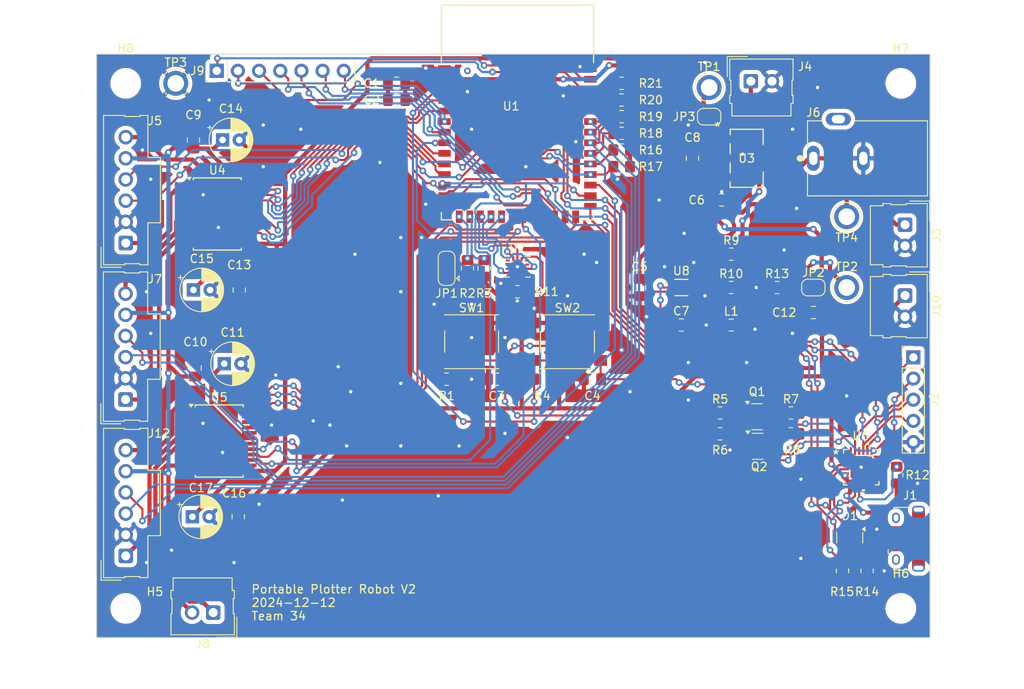
<source format=kicad_pcb>
(kicad_pcb (version 20240108) (generator "pcbnew") (generator_version "8.0")
  (layers (0 "F.Cu" signal) (31 "B.Cu" signal) (34 "B.Paste" user) (35 "F.Paste" user) (36 "B.SilkS" user "B.Silkscreen") (37 "F.SilkS" user "F.Silkscreen") (38 "B.Mask" user) (39 "F.Mask" user) (44 "Edge.Cuts" user))
  (net 0 "")
  (net 1 "GND")
  (net 2 "/GPIO0_STRAPPING")
  (net 3 "/CHIP_PU")
  (net 4 "+5V")
  (net 5 "+6V")
  (net 6 "+3.3V")
  (net 7 "/D-")
  (net 8 "/D+")
  (net 9 "/M1_OUT1")
  (net 10 "/M1_OUT2")
  (net 11 "/M2_OUT1")
  (net 12 "/M2_OUT2")
  (net 13 "/M3_OUT1")
  (net 14 "/M3_OUT2")
  (net 15 "/TH_OUT1")
  (net 16 "/TH_OUT2")
  (net 19 "+5V USB")
  (net 28 "/M1_C1")
  (net 29 "/PWM_TH")
  (net 30 "Net-(U7-CSB)")
  (net 31 "Net-(JP1-C)")
  (net 32 "Net-(U8-SW)")
  (net 33 "Net-(Q1-C)")
  (net 34 "Net-(Q1-B)")
  (net 35 "/RTS")
  (net 36 "/DTR")
  (net 37 "Net-(Q2-B)")
  (net 38 "Net-(Q2-C)")
  (net 39 "/GPIO3_STRAPPING")
  (net 40 "/GPIO46_STRAPPING")
  (net 41 "Net-(U8-PG)")
  (net 42 "Net-(U8-FB)")
  (net 43 "/M1_C2")
  (net 44 "/BIN2_TH")
  (net 45 "/TXD")
  (net 46 "/RXD")
  (net 47 "/SDA")
  (net 48 "/M2_C1")
  (net 49 "/AIN2_M3")
  (net 50 "/M2_C2")
  (net 51 "/GPIO21")
  (net 52 "/GPIO7")
  (net 53 "/AIN2_M1")
  (net 54 "/BIN1_M2")
  (net 55 "/AIN1_M1")
  (net 56 "/GPIO2")
  (net 57 "/GPIO47")
  (net 58 "/GPIO8")
  (net 59 "/BIN2_M2")
  (net 60 "/AIN1_M3")
  (net 61 "/PWM_M3")
  (net 62 "/BIN1_TH")
  (net 63 "/PWM_M1")
  (net 64 "/GPIO6")
  (net 65 "/GPIO1")
  (net 66 "/M3_C2")
  (net 67 "/PWM_M2")
  (net 68 "/M3_C1")
  (net 70 "/INT1")
  (net 71 "/SCL")
  (net 72 "/INT2")
  (net 75 "/SDO")
  (net 77 "Net-(U6-RSTb)")
  (net 78 "Net-(U6-VBUS)")
  (footprint "Connector_Molex:Molex_SL_171971-0002_1x02_P2.54mm_Vertical" (layer "F.Cu") (at 102 103.5 180)
    (property "Reference" "J8")
    (property "Value" "Conn_01x02")
  )
  (footprint "TestPoint:TestPoint_Plated_Hole_D2.0mm" (layer "F.Cu") (at 97.5 40)
    (property "Reference" "TP3")
    (property "Value" "Probe GND")
  )
  (footprint "Resistor_SMD:R_0805_2012Metric_Pad1.20x1.40mm_HandSolder" (layer "F.Cu") (at 171.3125 79.55)
    (property "Reference" "R7")
    (property "Value" "10k")
  )
  (footprint "Capacitor_SMD:C_0805_2012Metric_Pad1.18x1.45mm_HandSolder" (layer "F.Cu") (at 174 67.5)
    (property "Reference" "C12")
    (property "Value" "10u")
  )
  (footprint "LibSensors:XDCR_BMI270" (layer "F.Cu") (at 138.5 62)
    (property "Reference" "U7")
    (property "Value" "BMI323")
  )
  (footprint "Resistor_SMD:R_0805_2012Metric_Pad1.20x1.40mm_HandSolder" (layer "F.Cu") (at 151 40 180)
    (property "Reference" "R21")
    (property "Value" "3.3k")
  )
  (footprint "Button_Switch_SMD:SW_Push_1P1T_NO_6x6mm_H9.5mm" (layer "F.Cu") (at 144.5 71)
    (property "Reference" "SW2")
    (property "Value" "SW_Push")
  )
  (footprint "Resistor_SMD:R_0805_2012Metric_Pad1.20x1.40mm_HandSolder" (layer "F.Cu") (at 151 46 180)
    (property "Reference" "R18")
    (property "Value" "3.3k")
  )
  (footprint "LM1117:MP04A_TEX-M" (layer "F.Cu") (at 166 49)
    (property "Reference" "U3")
    (property "Value" "LM1117DT-5.0")
  )
  (footprint "Capacitor_SMD:C_0805_2012Metric_Pad1.18x1.45mm_HandSolder" (layer "F.Cu") (at 105 92 -90)
    (property "Reference" "C16")
    (property "Value" ".1 uF")
  )
  (footprint "MountingHole:MountingHole_3.2mm_M3" (layer "F.Cu") (at 91.5 103)
    (property "Reference" "H5")
    (property "Value" "MountingHole")
  )
  (footprint "Resistor_SMD:R_0805_2012Metric_Pad1.20x1.40mm_HandSolder" (layer "F.Cu") (at 180.45 98.5 -90)
    (property "Reference" "R14")
    (property "Value" "22.1k")
  )
  (footprint "Resistor_SMD:R_0805_2012Metric_Pad1.20x1.40mm_HandSolder" (layer "F.Cu") (at 134.5 62.2 -90)
    (property "Reference" "R3")
    (property "Value" "1k")
  )
  (footprint "Resistor_SMD:R_0805_2012Metric_Pad1.20x1.40mm_HandSolder" (layer "F.Cu") (at 162.8125 82.05)
    (property "Reference" "R6")
    (property "Value" "10k")
  )
  (footprint "MountingHole:MountingHole_3.2mm_M3" (layer "F.Cu") (at 184.5 40)
    (property "Reference" "H7")
    (property "Value" "MountingHole")
  )
  (footprint "Connector_Molex:Molex_SL_171971-0002_1x02_P2.54mm_Vertical" (layer "F.Cu") (at 185 65.46 -90)
    (property "Reference" "J10")
    (property "Value" "Conn_01x02")
  )
  (footprint "Resistor_SMD:R_0805_2012Metric_Pad1.20x1.40mm_HandSolder" (layer "F.Cu") (at 184 87 90)
    (property "Reference" "R12")
    (property "Value" "1k")
  )
  (footprint "Connector_Molex:Molex_SL_171971-0006_1x06_P2.54mm_Vertical" (layer "F.Cu") (at 91.5 59.16 90)
    (property "Reference" "J5")
    (property "Value" "Conn_01x06")
  )
  (footprint "CP2102N_A02_GQFN24R:QFN24_SIL-M" (layer "F.Cu") (at 179.75 86.0569)
    (property "Reference" "U6")
    (property "Value" "CP2102N-A02-GQFN24R")
  )
  (footprint "Resistor_SMD:R_0805_2012Metric_Pad1.20x1.40mm_HandSolder" (layer "F.Cu") (at 138.5 65 180)
    (property "Reference" "R11")
    (property "Value" "100k")
  )
  (footprint "Capacitor_THT:CP_Radial_D5.0mm_P2.00mm" (layer "F.Cu") (at 99.62375 64.79)
    (property "Reference" "C15")
    (property "Value" "10uF")
  )
  (footprint "MountingHole:MountingHole_3.2mm_M3" (layer "F.Cu") (at 91.5 40)
    (property "Reference" "H8")
    (property "Value" "MountingHole")
  )
  (footprint "Capacitor_SMD:C_0805_2012Metric_Pad1.18x1.45mm_HandSolder" (layer "F.Cu") (at 163 54)
    (property "Reference" "C6")
    (property "Value" "1u")
  )
  (footprint "Connector_Molex:Molex_SL_171971-0002_1x02_P2.54mm_Vertical" (layer "F.Cu") (at 185 56.96 -90)
    (property "Reference" "J3")
    (property "Value" "Conn_01x02")
  )
  (footprint "MountingHole:MountingHole_3.2mm_M3" (layer "F.Cu") (at 184.5 103)
    (property "Reference" "H6")
    (property "Value" "MountingHole")
  )
  (footprint "Package_TO_SOT_SMD:SOT-23" (layer "F.Cu") (at 167.25 80)
    (property "Reference" "Q1")
    (property "Value" "SS8050-G")
  )
  (footprint "Connector_PinHeader_2.54mm:PinHeader_1x05_P2.54mm_Vertical" (layer "F.Cu") (at 186 72.88)
    (property "Reference" "J2")
    (property "Value" "Conn_01x05")
  )
  (footprint "Resistor_SMD:R_0805_2012Metric_Pad1.20x1.40mm_HandSolder" (layer "F.Cu") (at 151 42 180)
    (property "Reference" "R20")
    (property "Value" "3.3k")
  )
  (footprint "Resistor_SMD:R_0805_2012Metric_Pad1.20x1.40mm_HandSolder" (layer "F.Cu") (at 151 50 180)
    (property "Reference" "R17")
    (property "Value" "3.3k")
  )
  (footprint "Connector_Molex:Molex_SL_171971-0002_1x02_P2.54mm_Vertical" (layer "F.Cu") (at 166.5 39.75)
    (property "Reference" "J4")
    (property "Value" "Conn_01x02")
  )
  (footprint "Capacitor_SMD:C_0805_2012Metric_Pad1.18x1.45mm_HandSolder" (layer "F.Cu") (at 158.15 69)
    (property "Reference" "C7")
    (property "Value" "22u")
  )
  (footprint "Package_TO_SOT_SMD:SOT-23" (layer "F.Cu") (at 167.3125 83.55)
    (property "Reference" "Q2")
    (property "Value" "SS8050-G")
  )
  (footprint "Capacitor_SMD:C_0805_2012Metric_Pad1.18x1.45mm_HandSolder" (layer "F.Cu") (at 147.5 75.5 180)
    (property "Reference" "C4")
    (property "Value" "1u")
  )
  (footprint "Package_SO:SSOP-24_5.3x8.2mm_P0.65mm" (layer "F.Cu") (at 102.72375 82.915)
    (property "Reference" "U5")
    (property "Value" "TB6612FNG")
  )
  (footprint "Resistor_SMD:R_0805_2012Metric_Pad1.20x1.40mm_HandSolder" (layer "F.Cu") (at 162.8125 79.55)
    (property "Reference" "R5")
    (property "Value" "10k")
  )
  (footprint "Connector_Molex:Molex_SL_171971-0006_1x06_P2.54mm_Vertical" (layer "F.Cu") (at 91.475334 77.934104 90)
    (property "Reference" "J7")
    (property "Value" "Conn_01x06")
  )
  (footprint "Capacitor_SMD:C_0805_2012Metric_Pad1.18x1.45mm_HandSolder" (layer "F.Cu") (at 99.82375 74.14 90)
    (property "Reference" "C10")
    (property "Value" ".1 uF")
  )
  (footprint "Connector_USB:USB_Micro-B_Amphenol_10118194_Horizontal" (layer "F.Cu") (at 185.317711 94.6385 90)
    (property "Reference" "J1")
    (property "Value" "USB_B_Micro")
  )
  (footprint "Jumper:SolderJumper-2_P1.3mm_Open_RoundedPad1.0x1.5mm" (layer "F.Cu") (at 174 64.5)
    (property "Reference" "JP2")
    (property "Value" "SolderJumper_2_Open")
  )
  (footprint "Jumper:SolderJumper-2_P1.3mm_Open_RoundedPad1.0x1.5mm" (layer "F.Cu") (at 161.5 44)
    (property "Reference" "JP3")
    (property "Value" "SolderJumper_2_Open")
  )
  (footprint "Resistor_SMD:R_0805_2012Metric_Pad1.20x1.40mm_HandSolder" (layer "F.Cu") (at 141.5 75.5 180)
    (property "Reference" "R4")
    (property "Value" "100k")
  )
  (footprint "Resistor_SMD:R_0805_2012Metric_Pad1.20x1.40mm_HandSolder" (layer "F.Cu") (at 151 44 180)
    (property "Reference" "R19")
    (property "Value" "3.3k")
  )
  (footprint "TestPoint:TestPoint_Plated_Hole_D2.0mm" (layer "F.Cu") (at 178 56)
    (property "Reference" "TP4")
    (property "Value" "Probe 6V")
  )
  (footprint "Resistor_SMD:R_0805_2012Metric_Pad1.20x1.40mm_HandSolder" (layer "F.Cu") (at 130 75.5 180)
    (property "Reference" "R1")
    (property "Value" "100k")
  )
  (footprint "Capacitor_THT:CP_Radial_D5.0mm_P2.00mm" (layer "F.Cu") (at 103.32375 73.64)
    (property "Reference" "C11")
    (property "Value" "10uF")
  )
  (footprint "Connector_PinHeader_2.54mm:PinHeader_1x07_P2.54mm_Vertical" (layer "F.Cu") (at 102.42 38.5 90)
    (property "Reference" "J9")
    (property "Value" "Conn_01x07")
  )
  (footprint "Package_SO:SSOP-24_5.3x8.2mm_P0.65mm" (layer "F.Cu") (at 102.48625 55.675)
    (property "Reference" "U4")
    (property "Value" "TB6612FNG")
  )
  (footprint "Capacitor_SMD:C_0805_2012Metric_Pad1.18x1.45mm_HandSolder" (layer "F.Cu") (at 105.12375 64.79 -90)
    (property "Reference" "C13")
    (property "Value" ".1 uF")
  )
  (footprint "Capacitor_THT:CP_Radial_D5.0mm_P2.00mm" (layer "F.Cu") (at 103.12375 46.79)
    (property "Reference" "C14")
    (property "Value" "10uF")
  )
  (footprint "ESP32:ESP32-S3-WROOM-1_EXP" (layer "F.Cu") (at 138.5 43.5)
    (property "Reference" "U1")
    (property "Value" "ESP32-S3-WROOM-1-N16")
  )
  (footprint "Resistor_SMD:R_0805_2012Metric_Pad1.20x1.40mm_HandSolder" (layer "F.Cu") (at 171.3125 82.05)
    (property "Reference" "R8")
    (property "Value" "10k")
  )
  (footprint "Capacitor_THT:CP_Radial_D5.0mm_P2.00mm" (layer "F.Cu") (at 99.5 92)
    (property "Reference" "C17")
    (property "Value" "10uF")
  )
  (footprint "Capacitor_SMD:C_0805_2012Metric_Pad1.18x1.45mm_HandSolder" (layer "F.Cu") (at 99.62375 46.79 90)
    (property "Reference" "C9")
    (property "Value" ".1 uF")
  )
  (footprint "Jumper:SolderJumper-3_P1.3mm_Open_RoundedPad1.0x1.5mm" (layer "F.Cu") (at 130 62.2 90)
    (property "Reference" "JP1")
    (property "Value" "SolderJumper_3_Open")
  )
  (footprint "Capacitor_SMD:C_0805_2012Metric_Pad1.18x1.45mm_HandSolder" (layer "F.Cu") (at 136 75.5 180)
    (property "Reference" "C3")
    (property "Value" "1u")
  )
  (footprint "Capacitor_SMD:C_0805_2012Metric_Pad1.18x1.45mm_HandSolder" (layer "F.Cu") (at 124 42)
    (property "Reference" "C2")
    (property "Value" "100n")
  )
  (footprint "Button_Switch_SMD:SW_Push_1P1T_NO_6x6mm_H9.5mm" (layer "F.Cu") (at 133 71)
    (property "Reference" "SW1")
    (property "Value" "SW_Push")
  )
  (footprint "PJ102:CUI_PJ-102AH" (layer "F.Cu") (at 180.5 49)
    (property "Reference" "J6")
    (property "Value" "PJ-102AH")
  )
  (footprint "Capacitor_SMD:C_0805_2012Metric_Pad1.18x1.45mm_HandSolder" (layer "F.Cu") (at 124 40)
    (property "Reference" "C1")
    (property "Value" "10u")
  )
  (footprint "Resistor_SMD:R_0805_2012Metric_Pad1.20x1.40mm_HandSolder" (layer "F.Cu") (at 151 48 180)
    (property "Reference" "R16")
    (property "Value" "3.3k")
  )
  (footprint "TPS62A01DRlR:SOT6_DRL_TEX-M" (layer "F.Cu") (at 158.1652 64.499874)
    (property "Reference" "U8")
    (property "Value" "TPS62A01DRLR")
  )
  (footprint "Capacitor_SMD:C_0805_2012Metric_Pad1.18x1.45mm_HandSolder" (layer "F.Cu") (at 159.5 49 90)
    (property "Reference" "C8")
    (property "Value" "1u")
  )
  (footprint "Resistor_SMD:R_0805_2012Metric_Pad1.20x1.40mm_HandSolder" (layer "F.Cu") (at 169.65 64.5)
    (property "Reference" "R13")
    (property "Value" "22k")
  )
  (footprint "Resistor_SMD:R_0805_2012Metric_Pad1.20x1.40mm_HandSolder" (layer "F.Cu") (at 177.5 98.5 -90)
    (property "Reference" "R15")
    (property "Value" "47.5k")
  )
  (footprint "Resistor_SMD:R_0805_2012Metric_Pad1.20x1.40mm_HandSolder" (layer "F.Cu") (at 132.5 62.2 -90)
    (property "Reference" "R2")
    (property "Value" "1k")
  )
  (footprint "Resistor_SMD:R_0805_2012Metric_Pad1.20x1.40mm_HandSolder" (layer "F.Cu") (at 164.15 60.5)
    (property "Reference" "R9")
    (property "Value" "499k")
  )
  (footprint "TestPoint:TestPoint_Plated_Hole_D2.0mm" (layer "F.Cu") (at 178 64.5)
    (property "Reference" "TP2")
    (property "Value" "Probe 3.3V")
  )
  (footprint "TestPoint:TestPoint_Plated_Hole_D2.0mm" (layer "F.Cu") (at 161.5 40.5)
    (property "Reference" "TP1")
    (property "Value" "Probe 5V")
  )
  (footprint "Resistor_SMD:R_0805_2012Metric_Pad1.20x1.40mm_HandSolder" (layer "F.Cu") (at 164.15 64.5)
    (property "Reference" "R10")
    (property "Value" "100k")
  )
  (footprint "Package_TO_SOT_SMD:SOT-143" (layer "F.Cu") (at 178.367711 94.4885 -90)
    (property "Reference" "D1")
    (property "Value" "SP0503BAHTG")
  )
  (footprint "Connector_Molex:Molex_SL_171971-0006_1x06_P2.54mm_Vertical" (layer "F.Cu") (at 91.5 96.7 90)
    (property "Reference" "J12")
    (property "Value" "Conn_01x06")
  )
  (footprint "Capacitor_SMD:C_0805_2012Metric_Pad1.18x1.45mm_HandSolder" (layer "F.Cu") (at 153.15 64.5 -90)
    (property "Reference" "C5")
    (property "Value" "4.7u")
  )
  (footprint "Inductor_SMD:L_0805_2012Metric_Pad1.15x1.40mm_HandSolder" (layer "F.Cu") (at 164.15 69)
    (property "Reference" "L1")
    (property "Value" "1u")
  )
  (gr_rect (start 88 36.5) (end 188 106.5) (stroke (width 0.1)) (fill none) (layer "Edge.Cuts"))
  (gr_text "Portable Plotter Robot V2\n2024-12-12\nTeam 34" (at 106.5 104.5 0) (layer "F.SilkS") (effects (font (size 1 1)) (justify left bottom)))
  (via (at 132.5 38.5) (size 0.8) (drill 0.4) (layers "F.Cu" "B.Cu") (net 0))
  (segment (start 102.62375 57.29) (end 102.12375 57.29) (width 0.254) (layer "F.Cu") (net 1))
  (segment (start 147.01 38) (end 147.25 38.24) (width 0.254) (layer "F.Cu") (net 1))
  (segment (start 179.117711 93.4885) (end 181.617711 93.4885) (width 0.254) (layer "F.Cu") (net 1))
  (segment (start 100.795316 53.368592) (end 98.917658 53.368592) (width 0.254) (layer "F.Cu") (net 1))
  (segment (start 168.65 64.5) (end 167.15 64.5) (width 0.254) (layer "F.Cu") (net 1))
  (segment (start 139 62.9125) (end 138.5 62.9125) (width 0.254) (layer "F.Cu") (net 1))
  (segment (start 103.12375 84.29) (end 104.17375 83.24) (width 0.254) (layer "F.Cu") (net 1))
  (segment (start 102.62375 57.29) (end 103.91375 56) (width 0.254) (layer "F.Cu") (net 1))
  (segment (start 98.88625 57.3) (end 98.88625 57.95) (width 0.254) (layer "F.Cu") (net 1))
  (segment (start 105.12375 46.79) (end 106.91375 45) (width 0.25) (layer "F.Cu") (net 1))
  (segment (start 102.11375 57.3) (end 98.88625 57.3) (width 0.254) (layer "F.Cu") (net 1))
  (segment (start 181.767711 93.3385) (end 181.617711 93.4885) (width 0.254) (layer "F.Cu") (net 1))
  (segment (start 105 93.0375) (end 105 93) (width 0.25) (layer "F.Cu") (net 1))
  (segment (start 99.12375 84.54) (end 99.12375 85.19) (width 0.254) (layer "F.Cu") (net 1))
  (segment (start 99.27375 80.79) (end 99.12375 80.64) (width 0.254) (layer "F.Cu") (net 1))
  (segment (start 164.0375 49.9625) (end 164.0375 54) (width 0.25) (layer "F.Cu") (net 1))
  (segment (start 98.917658 53.368592) (end 98.88625 53.4) (width 0.254) (layer "F.Cu") (net 1))
  (segment (start 105 93) (end 107.5 90.5) (width 0.25) (layer "F.Cu") (net 1))
  (segment (start 98.88625 53.4) (end 98.88625 54.05) (width 0.254) (layer "F.Cu") (net 1))
  (segment (start 103.91375 56) (end 106.08625 56) (width 0.254) (layer "F.Cu") (net 1))
  (segment (start 100.76975 80.79) (end 99.27375 80.79) (width 0.254) (layer "F.Cu") (net 1))
  (segment (start 179.75 86.0569) (end 178.999999 85.306899) (width 0.254) (layer "F.Cu") (net 1))
  (segment (start 183.917711 93.3385) (end 181.767711 93.3385) (width 0.254) (layer "F.Cu") (net 1))
  (segment (start 99.12375 81.29) (end 99.12375 80.64) (width 0.254) (layer "F.Cu") (net 1))
  (segment (start 146 38) (end 147.01 38) (width 0.254) (layer "F.Cu") (net 1))
  (segment (start 165.5 48.5) (end 164.0375 49.9625) (width 0.25) (layer "F.Cu") (net 1))
  (segment (start 104.17375 83.24) (end 106.32375 83.24) (width 0.254) (layer "F.Cu") (net 1))
  (segment (start 106.91375 45) (end 108 45) (width 0.25) (layer "F.Cu") (net 1))
  (segment (start 157.3143 63.1643) (end 156.15 62) (width 0.254) (layer "F.Cu") (net 1))
  (segment (start 102.12375 57.29) (end 102.11375 57.3) (width 0.254) (layer "F.Cu") (net 1))
  (segment (start 157.3143 63.999748) (end 157.3143 63.1643) (width 0.254) (layer "F.Cu") (net 1))
  (segment (start 138.5 62.9125) (end 138.5 62) (width 0.254) (layer "F.Cu") (net 1))
  (segment (start 161.15 69) (end 159.1875 69) (width 0.254) (layer "F.Cu") (net 1))
  (segment (start 102.87375 84.54) (end 99.12375 84.54) (width 0.254) (layer "F.Cu") (net 1))
  (segment (start 103.12375 84.29) (end 102.87375 84.54) (width 0.254) (layer "F.Cu") (net 1))
  (segment (start 178.999999 85.306899) (end 177.8069 85.306899) (width 0.254) (layer "F.Cu") (net 1))
  (via (at 159 78) (size 0.8) (drill 0.4) (layers "F.Cu" "B.Cu") (net 1))
  (via (at 101.5 42) (size 0.8) (drill 0.4) (layers "F.Cu" "B.Cu") (net 1))
  (via (at 159 73.5) (size 0.8) (drill 0.4) (layers "F.Cu" "B.Cu") (net 1))
  (via (at 97 96) (size 0.8) (drill 0.4) (layers "F.Cu" "B.Cu") (net 1))
  (via (at 108 50) (size 0.8) (drill 0.4) (layers "F.Cu" "B.Cu") (net 1))
  (via (at 182.5 98.5) (size 0.8) (drill 0.4) (layers "F.Cu" "B.Cu") (net 1))
  (via (at 151 72) (size 0.8) (drill 0.4) (layers "F.Cu" "B.Cu") (net 1))
  (via (at 127.5 54.5) (size 0.8) (drill 0.4) (layers "F.Cu" "B.Cu") (net 1))
  (via (at 94 65) (size 0.8) (drill 0.4) (layers "F.Cu" "B.Cu") (net 1))
  (via (at 172 55) (size 0.8) (drill 0.4) (layers "F.Cu" "B.Cu") (net 1))
  (via (at 116 81) (size 0.8) (drill 0.4) (layers "F.Cu" "B.Cu") (net 1))
  (via (at 94.5 70) (size 0.8) (drill 0.4) (layers "F.Cu" "B.Cu") (net 1))
  (via (at 146.5 60.5) (size 0.8) (drill 0.4) (layers "F.Cu" "B.Cu") (net 1))
  (via (at 144.5 65.5) (size 0.8) (drill 0.4) (layers "F.Cu" "B.Cu") (net 1))
  (via (at 132.5 41) (size 0.8) (drill 0.4) (layers "F.Cu" "B.Cu") (net 1))
  (via (at 144.5 82.5) (size 0.8) (drill 0.4) (layers "F.Cu" "B.Cu") (net 1))
  (via (at 172.5 87.5) (size 0.8) (drill 0.4) (layers "F.Cu" "B.Cu") (net 1))
  (via (at 170.5 60) (size 0.8) (drill 0.4) (layers "F.Cu" "B.Cu") (net 1))
  (via (at 145.5 47) (size 0.8) (drill 0.4) (layers "F.Cu" "B.Cu") (net 1))
  (via (at 133 45.5) (size 0.8) (drill 0.4) (layers "F.Cu" "B.Cu") (net 1))
  (via (at 117 74) (size 0.8) (drill 0.4) (layers "F.Cu" "B.Cu") (net 1))
  (via (at 179.75 86.0569) (size 0.8) (drill 0.4) (layers "F.Cu" "B.Cu") (net 1))
  (via (at 171.5 70) (size 0.8) (drill 0.4) (layers "F.Cu" "B.Cu") (net 1))
  (via (at 137 82) (size 0.8) (drill 0.4) (layers "F.Cu" "B.Cu") (net 1))
  (via (at 164 84) (size 0.8) (drill 0.4) (layers "F.Cu" "B.Cu") (net 1))
  (via (at 114 80.5) (size 0.8) (drill 0.4) (layers "F.Cu" "B.Cu") (net 1))
  (via (at 159.65 61.5) (size 0.8) (drill 0.4) (layers "F.Cu" "B.Cu") (net 1))
  (via (at 174.5 40.5) (size 0.8) (drill 0.4) (layers "F.Cu" "B.Cu") (net 1))
  (via (at 119 60.5) (size 0.8) (drill 0.4) (layers "F.Cu" "B.Cu") (net 1))
  (via (at 163 53) (size 0.8) (drill 0.4) (layers "F.Cu" "B.Cu") (net 1))
  (via (at 161 65.5) (size 0.8) (drill 0.4) (layers "F.Cu" "B.Cu") (net 1))
  (via (at 127 58.5) (size 0.8) (drill 0.4) (layers "F.Cu" "B.Cu") (net 1))
  (via (at 138.5 62) (size 0.8) (drill 0.4) (layers "F.Cu" "B.Cu") (net 1))
  (via (at 129 89.5) (size 0.8) (drill 0.4) (layers "F.Cu" "B.Cu") (net 1))
  (via (at 133 75.5) (size 0.8) (drill 0.4) (layers "F.Cu" "B.Cu") (net 1))
  (via (at 158.5 58) (size 0.8) (drill 0.4) (layers "F.Cu" "B.Cu") (net 1))
  (via (at 128.5 66.5) (size 0.8) (drill 0.4) (layers "F.Cu" "B.Cu") (net 1))
  (via (at 94.5 51.5) (size 0.8) (drill 0.4) (layers "F.Cu" "B.Cu") (net 1))
  (via (at 146 38) (size 0.8) (drill 0.4) (layers "F.Cu" "B.Cu") (net 1))
  (via (at 103.12375 84.29) (size 0.8) (drill 0.4) (layers "F.Cu" "B.Cu") (net 1))
  (via (at 159 45) (size 0.8) (drill 0.4) (layers "F.Cu" "B.Cu") (net 1))
  (via (at 100.76975 80.79) (size 0.8) (drill 0.4) (layers "F.Cu" "B.Cu") (net 1))
  (via (at 156.15 62) (size 0.8) (drill 0.4) (layers "F.Cu" "B.Cu") (net 1))
  (via (at 138.478465 66.102877) (size 0.8) (drill 0.4) (layers "F.Cu" "B.Cu") (net 1))
  (via (at 137 70.5) (size 0.8) (drill 0.4) (layers "F.Cu" "B.Cu") (net 1))
  (via (at 131.5 83.5) (size 0.8) (drill 0.4) (layers "F.Cu" "B.Cu") (net 1))
  (via (at 118 83.5) (size 0.8) (drill 0.4) (layers "F.Cu" "B.Cu") (net 1))
  (via (at 161 37.5) (size 0.8) (drill 0.4) (layers "F.Cu" "B.Cu") (net 1))
  (via (at 167.15 64.5) (size 0.8) (drill 0.4) (layers "F.Cu" "B.Cu") (net 1))
  (via (at 186.5 88) (size 0.8) (drill 0.4) (layers "F.Cu" "B.Cu") (net 1))
  (via (at 100.795316 53.368592) (size 0.8) (drill 0.4) (layers "F.Cu" "B.Cu") (net 1))
  (via (at 165.5 48.5) (size 0.8) (drill 0.4) (layers "F.Cu" "B.Cu") (net 1))
  (via (at 166 73.5) (size 0.8) (drill 0.4) (layers "F.Cu" "B.Cu") (net 1))
  (via (at 102.62375 57.29) (size 0.8) (drill 0.4) (layers "F.Cu" "B.Cu") (net 1))
  (via (at 139.5 50) (size 0.8) (drill 0.4) (layers "F.Cu" "B.Cu") (net 1))
  (via (at 94 97.5) (size 0.8) (drill 0.4) (layers "F.Cu" "B.Cu") (net 1))
  (via (at 124.5 65) (size 0.8) (drill 0.4) (layers "F.Cu" "B.Cu") (net 1))
  (via (at 124.5 83.5) (size 0.8) (drill 0.4) (layers "F.Cu" "B.Cu") (net 1))
  (via (at 108 45) (size 0.8) (drill 0.4) (layers "F.Cu" "B.Cu") (net 1))
  (via (at 161.15 69) (size 0.8) (drill 0.4) (layers "F.Cu" "B.Cu") (net 1))
  (via (at 144 41.5) (size 0.8) (drill 0.4) (layers "F.Cu" "B.Cu") (net 1))
  (via (at 124.5 58.5) (size 0.8) (drill 0.4) (layers "F.Cu" "B.Cu") (net 1))
  (via (at 172.5 97) (size 0.8) (drill 0.4) (layers "F.Cu" "B.Cu") (net 1))
  (via (at 167 69.5) (size 0.8) (drill 0.4) (layers "F.Cu" "B.Cu") (net 1))
  (via (at 155.5 54) (size 0.8) (drill 0.4) (layers "F.Cu" "B.Cu") (net 1))
  (via (at 148 61.5) (size 0.8) (drill 0.4) (layers "F.Cu" "B.Cu") (net 1))
  (via (at 171.5 45.5) (size 0.8) (drill 0.4) (layers "F.Cu" "B.Cu") (net 1))
  (via (at 181.617711 93.4885) (size 0.8) (drill 0.4) (layers "F.Cu" "B.Cu") (net 1))
  (via (at 140.5 67) (size 0.8) (drill 0.4) (layers "F.Cu" "B.Cu") (net 1))
  (via (at 93.5 48) (size 0.8) (drill 0.4) (layers "F.Cu" "B.Cu") (net 1))
  (via (at 133 66.5) (size 0.8) (drill 0.4) (layers "F.Cu" "B.Cu") (net 1))
  (via (at 178 77.5) (size 0.8) (drill 0.4) (layers "F.Cu" "B.Cu") (net 1))
  (via (at 112.5 45.5) (size 0.8) (drill 0.4) (layers "F.Cu" "B.Cu") (net 1))
  (via (at 107.5 90.5) (size 0.8) (drill 0.4) (layers "F.Cu" "B.Cu") (net 1))
  (via (at 152 77) (size 0.8) (drill 0.4) (layers "F.Cu" "B.Cu") (net 1))
  (via (at 109 81) (size 0.8) (drill 0.4) (layers "F.Cu" "B.Cu") (net 1))
  (via (at 150.5 51.5) (size 0.8) (drill 0.4) (layers "F.Cu" "B.Cu") (net 1))
  (via (at 122 49.5) (size 0.8) (drill 0.4) (layers "F.Cu" "B.Cu") (net 1))
  (via (at 104.5 97.5) (size 0.8) (drill 0.4) (layers "F.Cu" "B.Cu") (net 1))
  (via (at 109.5 75) (size 0.8) (drill 0.4) (layers "F.Cu" "B.Cu") (net 1))
  (via (at 127.5 38.181) (size 0.8) (drill 0.4) (layers "F.Cu" "B.Cu") (net 1))
  (via (at 124.5 76) (size 0.8) (drill 0.4) (layers "F.Cu" "B.Cu") (net 1))
  (via (at 117.5 90) (size 0.8) (drill 0.4) (layers "F.Cu" "B.Cu") (net 1))
  (via (at 154 68) (size 0.8) (drill 0.4) (layers "F.Cu" "B.Cu") (net 1))
  (via (at 136.5 64) (size 0.8) (drill 0.4) (layers "F.Cu" "B.Cu") (net 1))
  (via (at 118.5 77) (size 0.8) (drill 0.4) (layers "F.Cu" "B.Cu") (net 1))
  (via (at 133 70.5) (size 0.8) (drill 0.4) (layers "F.Cu" "B.Cu") (net 1))
  (segment (start 136.975 75.4375) (end 137.0375 75.5) (width 0.254) (layer "F.Cu") (net 2))
  (segment (start 137.0375 78.1085) (end 137.0375 75.5) (width 0.254) (layer "F.Cu") (net 2))
  (segment (start 136.975 73.25) (end 136.975 75.4375) (width 0.254) (layer "F.Cu") (net 2))
  (segment (start 172.3125 82.659366) (end 171.235933 83.735933) (width 0.254) (layer "F.Cu") (net 2))
  (segment (start 147.25 56.278137) (end 147.25 54.75) (width 0.254) (layer "F.Cu") (net 2))
  (segment (start 157.35152 79.854) (end 162.72452 85.227) (width 0.254) (layer "F.Cu") (net 2))
  (segment (start 129.025 73.25) (end 129.025 75.475) (width 0.254) (layer "F.Cu") (net 2))
  (segment (start 172.3125 82.05) (end 172.3125 82.659366) (width 0.254) (layer "F.Cu") (net 2))
  (segment (start 149 58.028137) (end 147.25 56.278137) (width 0.254) (layer "F.Cu") (net 2))
  (segment (start 136.975 72.671) (end 136.975 73.25) (width 0.254) (layer "F.Cu") (net 2))
  (segment (start 138.5 79.854) (end 157.35152 79.854) (width 0.254) (layer "F.Cu") (net 2))
  (segment (start 129.025 75.475) (end 129 75.5) (width 0.254) (layer "F.Cu") (net 2))
  (segment (start 145.5 71.5) (end 146 71) (width 0.254) (layer "F.Cu") (net 2))
  (segment (start 137 78.146) (end 137.0375 78.1085) (width 0.254) (layer "F.Cu") (net 2))
  (segment (start 129.025 73.25) (end 136.975 73.25) (width 0.254) (layer "F.Cu") (net 2))
  (segment (start 149 65) (end 149 58.028137) (width 0.254) (layer "F.Cu") (net 2))
  (segment (start 146 71) (end 146 68) (width 0.254) (layer "F.Cu") (net 2))
  (segment (start 140 71.5) (end 145.5 71.5) (width 0.254) (layer "F.Cu") (net 2))
  (segment (start 146 68) (end 149 65) (width 0.254) (layer "F.Cu") (net 2))
  (segment (start 162.72452 85.227) (end 170.985933 85.227) (width 0.254) (layer "F.Cu") (net 2))
  (segment (start 138.146 71.5) (end 136.975 72.671) (width 0.254) (layer "F.Cu") (net 2))
  (via (at 171.235933 83.735933) (size 0.8) (drill 0.4) (layers "F.Cu" "B.Cu") (net 2))
  (via (at 170.985933 85.227) (size 0.8) (drill 0.4) (layers "F.Cu" "B.Cu") (net 2))
  (via (at 137 78.146) (size 0.8) (drill 0.4) (layers "F.Cu" "B.Cu") (net 2))
  (via (at 138.5 79.854) (size 0.8) (drill 0.4) (layers "F.Cu" "B.Cu") (net 2))
  (via (at 138.146 71.5) (size 0.8) (drill 0.4) (layers "F.Cu" "B.Cu") (net 2))
  (via (at 140 71.5) (size 0.8) (drill 0.4) (layers "F.Cu" "B.Cu") (net 2))
  (segment (start 171.235933 83.735933) (end 171.235933 84.977) (width 0.254) (layer "B.Cu") (net 2))
  (segment (start 171.235933 84.977) (end 170.985933 85.227) (width 0.254) (layer "B.Cu") (net 2))
  (segment (start 137 78.354) (end 137 78.146) (width 0.254) (layer "B.Cu") (net 2))
  (segment (start 138.5 79.854) (end 137 78.354) (width 0.254) (layer "B.Cu") (net 2))
  (segment (start 140 71.5) (end 138.146 71.5) (width 0.254) (layer "B.Cu") (net 2))
  (segment (start 157.5 75.5) (end 148.5375 75.5) (width 0.254) (layer "F.Cu") (net 3))
  (segment (start 148.475 75.4375) (end 148.5375 75.5) (width 0.254) (layer "F.Cu") (net 3))
  (segment (start 172.3125 79.55) (end 172.3125 76.8125) (width 0.254) (layer "F.Cu") (net 3))
  (segment (start 140.5 78.146) (end 140.5 75.5) (width 0.254) (layer "F.Cu") (net 3))
  (segment (start 172.3125 76.8125) (end 171.60962 76.10962) (width 0.254) (layer "F.Cu") (net 3))
  (segment (start 140.525 75.475) (end 140.5 75.5) (width 0.254) (layer "F.Cu") (net 3))
  (segment (start 171.60962 76.10962) (end 160.09812 76.10962) (width 0.254) (layer "F.Cu") (net 3))
  (segment (start 125.965179 43.561521) (end 128.7467 40.78) (width 0.254) (layer "F.Cu") (net 3))
  (segment (start 140.525 73.25) (end 140.525 75.475) (width 0.254) (layer "F.Cu") (net 3))
  (segment (start 157.89613 75.89613) (end 157.5 75.5) (width 0.254) (layer "F.Cu") (net 3))
  (segment (start 132 80.581) (end 140.5 80.581) (width 0.254) (layer "F.Cu") (net 3))
  (segment (start 128.7467 40.78) (end 129.75 40.78) (width 0.254) (layer "F.Cu") (net 3))
  (segment (start 140.525 73.25) (end 148.475 73.25) (width 0.254) (layer "F.Cu") (net 3))
  (segment (start 148.475 73.25) (end 148.475 75.4375) (width 0.254) (layer "F.Cu") (net 3))
  (via (at 160.09812 76.10962) (size 0.8) (drill 0.4) (layers "F.Cu" "B.Cu") (net 3))
  (via (at 132 80.581) (size 0.8) (drill 0.4) (layers "F.Cu" "B.Cu") (net 3))
  (via (at 140.5 78.146) (size 0.8) (drill 0.4) (layers "F.Cu" "B.Cu") (net 3))
  (via (at 157.89613 75.89613) (size 0.8) (drill 0.4) (layers "F.Cu" "B.Cu") (net 3))
  (via (at 125.965179 43.561521) (size 0.8) (drill 0.4) (layers "F.Cu" "B.Cu") (net 3))
  (via (at 140.5 80.581) (size 0.8) (drill 0.4) (layers "F.Cu" "B.Cu") (net 3))
  (segment (start 158.10962 76.10962) (end 157.89613 75.89613) (width 0.254) (layer "B.Cu") (net 3))
  (segment (start 160.09812 76.10962) (end 158.10962 76.10962) (width 0.254) (layer "B.Cu") (net 3))
  (segment (start 140.5 80.581) (end 140.5 78.146) (width 0.254) (layer "B.Cu") (net 3))
  (segment (start 132 80.581) (end 125.965179 74.546179) (width 0.254) (layer "B.Cu") (net 3))
  (segment (start 125.965179 74.546179) (end 125.965179 43.561521) (width 0.254) (layer "B.Cu") (net 3))
  (segment (start 165.5 58.15) (end 163.15 60.5) (width 0.508) (layer "F.Cu") (net 4))
  (segment (start 165.5 56.5) (end 165.5 58.15) (width 0.508) (layer "F.Cu") (net 4))
  (segment (start 159.5 50.0375) (end 160.85 48.6875) (width 0.508) (layer "F.Cu") (net 4))
  (segment (start 166.5 44.12) (end 166.5 39.75) (width 0.508) (layer "F.Cu") (net 4))
  (segment (start 160.85 44) (end 160.85 41.15) (width 0.508) (layer "F.Cu") (net 4))
  (segment (start 159.0161 65) (end 157.3143 65) (width 0.254) (layer "F.Cu") (net 4))
  (segment (start 166 44.5) (end 166.5 45) (width 0.508) (layer "F.Cu") (net 4))
  (segment (start 154.823848 65) (end 157.3143 65) (width 0.254) (layer "F.Cu") (net 4))
  (segment (start 167.5 53) (end 167.5 46.5) (width 0.508) (layer "F.Cu") (net 4))
  (segment (start 167.5 46.5) (end 166.5 45.5) (width 0.508) (layer "F.Cu") (net 4))
  (segment (start 162.65 60) (end 163.15 60.5) (width 0.508) (layer "F.Cu") (net 4))
  (segment (start 158.15 60) (end 162.65 60) (width 0.508) (layer "F.Cu") (net 4))
  (segment (start 154.15 60) (end 153.15 61) (width 0.508) (layer "F.Cu") (net 4))
  (segment (start 160.85 47.1012) (end 160.85 44) (width 0.508) (layer "F.Cu") (net 4))
  (segment (start 164 44.5) (end 166 44.5) (width 0.508) (layer "F.Cu") (net 4))
  (segment (start 154.755674 65.068174) (end 154.823848 65) (width 0.254) (layer "F.Cu") (net 4))
  (segment (start 160.85 48.6875) (end 160.85 47.1012) (width 0.508) (layer "F.Cu") (net 4))
  (segment (start 153.15 63.4625) (end 154.755674 65.068174) (width 0.508) (layer "F.Cu") (net 4))
  (segment (start 162.7488 49) (end 160.85 47.1012) (width 0.508) (layer "F.Cu") (net 4))
  (segment (start 160.85 41.15) (end 161.5 40.5) (width 0.508) (layer "F.Cu") (net 4))
  (segment (start 166.5 45.35) (end 166.5 44.12) (width 0.508) (layer "F.Cu") (net 4))
  (segment (start 158.15 60) (end 154.15 60) (width 0.508) (layer "F.Cu") (net 4))
  (segment (start 166.5 45) (end 166.5 45.35) (width 0.508) (layer "F.Cu") (net 4))
  (segment (start 162.15 44) (end 163.5 44) (width 0.508) (layer "F.Cu") (net 4))
  (segment (start 166.5 45.5) (end 166.5 45.35) (width 0.508) (layer "F.Cu") (net 4))
  (segment (start 153.15 61) (end 153.15 63.4625) (width 0.508) (layer "F.Cu") (net 4))
  (segment (start 163.5 44) (end 164 44.5) (width 0.508) (layer "F.Cu") (net 4))
  (via (at 165.5 56.5) (size 0.8) (drill 0.4) (layers "F.Cu" "B.Cu") (net 4))
  (via (at 167.5 53) (size 0.8) (drill 0.4) (layers "F.Cu" "B.Cu") (net 4))
  (segment (start 166 56) (end 165.5 56.5) (width 0.508) (layer "B.Cu") (net 4))
  (segment (start 166.15 54.35) (end 166.15 55.85) (width 0.508) (layer "B.Cu") (net 4))
  (segment (start 167.5 53) (end 166.15 54.35) (width 0.508) (layer "B.Cu") (net 4))
  (segment (start 109.12375 60.79) (end 106.16125 63.7525) (width 0.508) (layer "F.Cu") (net 5))
  (segment (start 110.62375 79.29) (end 110.62375 85.29) (width 0.508) (layer "F.Cu") (net 5))
  (segment (start 173.5 49) (end 174 49) (width 0.508) (layer "F.Cu") (net 5))
  (segment (start 103.62375 60.79) (end 109.12375 60.79) (width 0.508) (layer "F.Cu") (net 5))
  (segment (start 109.605 60.30875) (end 109.12375 60.79) (width 0.508) (layer "F.Cu") (net 5))
  (segment (start 165.5 55.5) (end 166.500261 54.499739) (width 0.508) (layer "F.Cu") (net 5))
  (segment (start 158.947466 51.3) (end 157.208 49.560534) (width 0.508) (layer "F.Cu") (net 5))
  (segment (start 120.5 37.5) (end 120.5 41) (width 0.508) (layer "F.Cu") (net 5))
  (segment (start 157.208 49.560534) (end 157.208 38.408672) (width 0.508) (layer "F.Cu") (net 5))
  (segment (start 109.42375 86.49) (end 106.32375 86.49) (width 0.508) (layer "F.Cu") (net 5))
  (segment (start 110.62375 59.29) (end 109.62375 59.29) (width 0.508) (layer "F.Cu") (net 5))
  (segment (start 163.4625 55.5) (end 165.5 55.5) (width 0.508) (layer "F.Cu") (net 5))
  (segment (start 105 90.9625) (end 105.46375 90.9625) (width 0.508) (layer "F.Cu") (net 5))
  (segment (start 120.5 41) (end 110.62375 50.87625) (width 0.508) (layer "F.Cu") (net 5))
  (segment (start 185 56.96) (end 183.96 56.96) (width 0.508) (layer "F.Cu") (net 5))
  (segment (start 168 54.5) (end 173.5 49) (width 0.508) (layer "F.Cu") (net 5))
  (segment (start 110.62375 85.29) (end 109.42375 86.49) (width 0.508) (layer "F.Cu") (net 5))
  (segment (start 183.96 56.96) (end 178 51) (width 0.508) (layer "F.Cu") (net 5))
  (segment (start 109.605 59.27125) (end 109.605 60.30875) (width 0.508) (layer "F.Cu") (net 5))
  (segment (start 176 49) (end 174 49) (width 0.508) (layer "F.Cu") (net 5))
  (segment (start 106.32375 76.59) (end 106.32375 79.311) (width 0.508) (layer "F.Cu") (net 5))
  (segment (start 108.12375 88.3025) (end 108.12375 87.79) (width 0.508) (layer "F.Cu") (net 5))
  (segment (start 106.32375 86.49) (end 106.32375 85.869) (width 0.508) (layer "F.Cu") (net 5))
  (segment (start 178 51) (end 176 49) (width 0.508) (layer "F.Cu") (net 5))
  (segment (start 108.12375 87.79) (end 109.42375 86.49) (width 0.508) (layer "F.Cu") (net 5))
  (segment (start 110.62375 50.87625) (end 110.62375 52.071) (width 0.508) (layer "F.Cu") (net 5))
  (segment (start 166.500261 54.499739) (end 166.500522 54.5) (width 0.508) (layer "F.Cu") (net 5))
  (segment (start 155.796928 36.9976) (end 121.0024 36.9976) (width 0.508) (layer "F.Cu") (net 5))
  (segment (start 110.62375 59.29) (end 110.62375 79.29) (width 0.508) (layer "F.Cu") (net 5))
  (segment (start 109.605 59.27125) (end 109.58375 59.25) (width 0.508) (layer "F.Cu") (net 5))
  (segment (start 106.08625 59.25) (end 106.08625 58.629) (width 0.508) (layer "F.Cu") (net 5))
  (segment (start 121.0024 36.9976) (end 120.5 37.5) (width 0.508) (layer "F.Cu") (net 5))
  (segment (start 110.62375 52.071) (end 110.62375 57.79) (width 0.508) (layer "F.Cu") (net 5))
  (segment (start 109.62375 59.29) (end 109.58375 59.25) (width 0.508) (layer "F.Cu") (net 5))
  (segment (start 157.208 38.408672) (end 155.796928 36.9976) (width 0.508) (layer "F.Cu") (net 5))
  (segment (start 161.9625 52.0863) (end 162.7488 51.3) (width 0.508) (layer "F.Cu") (net 5))
  (segment (start 106.16125 63.7525) (end 105.12375 63.7525) (width 0.508) (layer "F.Cu") (net 5))
  (segment (start 110.62375 52.071) (end 106.08625 52.071) (width 0.508) (layer "F.Cu") (net 5))
  (segment (start 109.58375 59.25) (end 106.08625 59.25) (width 0.508) (layer "F.Cu") (net 5))
  (segment (start 99.62375 64.79) (end 103.62375 60.79) (width 0.508) (layer "F.Cu") (net 5))
  (segment (start 161.9625 54) (end 161.9625 52.0863) (width 0.508) (layer "F.Cu") (net 5))
  (segment (start 161.9625 54) (end 163.4625 55.5) (width 0.508) (layer "F.Cu") (net 5))
  (segment (start 166.500522 54.5) (end 168 54.5) (width 0.508) (layer "F.Cu") (net 5))
  (segment (start 110.62375 79.29) (end 110.62375 72.29) (width 0.508) (layer "F.Cu") (net 5))
  (segment (start 105.46375 90.9625) (end 108.12375 88.3025) (width 0.508) (layer "F.Cu") (net 5))
  (segment (start 108.12375 87.79) (end 103.71 87.79) (width 0.508) (layer "F.Cu") (net 5))
  (segment (start 178 51) (end 178 56) (width 0.508) (layer "F.Cu") (net 5))
  (segment (start 110.62375 57.79) (end 110.62375 59.29) (width 0.508) (layer "F.Cu") (net 5))
  (segment (start 110.62375 72.29) (end 106.32375 76.59) (width 0.508) (layer "F.Cu") (net 5))
  (segment (start 162.7488 51.3) (end 158.947466 51.3) (width 0.508) (layer "F.Cu") (net 5))
  (segment (start 103.71 87.79) (end 99.5 92) (width 0.508) (layer "F.Cu") (net 5))
  (segment (start 156.5 38.701936) (end 155.649664 37.8516) (width 0.508) (layer "F.Cu") (net 6))
  (segment (start 98.01125 75.1775) (end 99.82375 75.1775) (width 0.508) (layer "F.Cu") (net 6))
  (segment (start 136.348733 65.651267) (end 136.848733 65.651267) (width 0.508) (layer "F.Cu") (net 6))
  (segment (start 106.08625 55.29) (end 106.08625 55.35) (width 0.254) (layer "F.Cu") (net 6))
  (segment (start 101.12375 47.8275) (end 102.08625 47.8275) (width 0.508) (layer "F.Cu") (net 6))
  (segment (start 174.65 64.5) (end 175.0375 64.8875) (width 0.508) (layer "F.Cu") (net 6))
  (segment (start 96.62375 86.79) (end 96.62375 93.62375) (width 0.508) (layer "F.Cu") (net 6))
  (segment (start 159.1125 67) (end 162.65 67) (width 0.508) (layer "F.Cu") (net 6))
  (segment (start 163.354575 57.207109) (end 156.5 50.352534) (width 0.508) (layer "F.Cu") (net 6))
  (segment (start 97.12375 47.79) (end 99.58625 47.79) (width 0.508) (layer "F.Cu") (net 6))
  (segment (start 104.105 54.07675) (end 105.31825 55.29) (width 0.508) (layer "F.Cu") (net 6))
  (segment (start 163.125 67.475) (end 163.125 69) (width 0.508) (layer "F.Cu") (net 6))
  (segment (start 175 58.5) (end 175 64.15) (width 0.508) (layer "F.Cu") (net 6))
  (segment (start 129.539602 64.651267) (end 128.791 63.902665) (width 0.508) (layer "F.Cu") (net 6))
  (segment (start 174 57.5) (end 175 58.5) (width 0.508) (layer "F.Cu") (net 6))
  (segment (start 175.0375 74.002589) (end 175.0375 67.5) (width 0.508) (layer "F.Cu") (net 6))
  (segment (start 122.9625 42) (end 122.9625 40) (width 0.508) (layer "F.Cu") (net 6))
  (segment (start 102.08625 47.8275) (end 103.12375 46.79) (width 0.508) (layer "F.Cu") (net 6))
  (segment (start 139.429 63.5) (end 138 63.5) (width 0.254) (layer "F.Cu") (net 6))
  (segment (start 122.9625 39.51875) (end 123.98125 38.5) (width 0.508) (layer "F.Cu") (net 6))
  (segment (start 182.5 91.5) (end 184 90) (width 0.508) (layer "F.Cu") (net 6))
  (segment (start 121 79) (end 131.5 79) (width 0.508) (layer "F.Cu") (net 6))
  (segment (start 171.85 66) (end 166.65 66) (width 0.508) (layer "F.Cu") (net 6))
  (segment (start 177.8069 87.387901) (end 177.8069 87.0339) (width 0.508) (layer "F.Cu") (net 6))
  (segment (start 178.418999 89.052867) (end 178.418999 88) (width 0.508) (layer "F.Cu") (net 6))
  (segment (start 182.96 67.5) (end 185 65.46) (width 0.508) (layer "F.Cu") (net 6))
  (segment (start 155.649664 37.8516) (end 152.5 37.8516) (width 0.508) (layer "F.Cu") (net 6))
  (segment (start 105 95) (end 121 79) (width 0.508) (layer "F.Cu") (net 6))
  (segment (start 144 79) (end 156 79) (width 0.508) (layer "F.Cu") (net 6))
  (segment (start 143.5 79) (end 143.5 76) (width 0.508) (layer "F.Cu") (net 6))
  (segment (start 99.82375 75.1775) (end 101.78625 75.1775) (width 0.508) (layer "F.Cu") (net 6))
  (segment (start 135.348733 64.651267) (end 134.5 63.802534) (width 0.508) (layer "F.Cu") (net 6))
  (segment (start 175.0375 67.5) (end 182.96 67.5) (width 0.508) (layer "F.Cu") (net 6))
  (segment (start 131.5 79) (end 139 79) (width 0.508) (layer "F.Cu") (net 6))
  (segment (start 138 62.9125) (end 138 63.5) (width 0.254) (layer "F.Cu") (net 6))
  (segment (start 152.5 37.8516) (end 149.5 37.8516) (width 0.508) (layer "F.Cu") (net 6))
  (segment (start 159.8425 75.1575) (end 176.192411 75.1575) (width 0.508) (layer "F.Cu") (net 6))
  (segment (start 99.58625 47.79) (end 99.62375 47.8275) (width 0.508) (layer "F.Cu") (net 6))
  (segment (start 152 50) (end 152 38.3516) (width 0.508) (layer "F.Cu") (net 6))
  (segment (start 101.78625 75.1775) (end 101.78625 78.7605) (width 0.508) (layer "F.Cu") (net 6))
  (segment (start 184 90) (end 184 88) (width 0.508) (layer "F.Cu") (net 6))
  (segment (start 99.62375 47.8275) (end 101.12375 47.8275) (width 0.508) (layer "F.Cu") (net 6))
  (segment (start 176 62.5) (end 178 64.5) (width 0.508) (layer "F.Cu") (net 6))
  (segment (start 98 95) (end 105 95) (width 0.508) (layer "F.Cu") (net 6))
  (segment (start 166.65 66) (end 165.15 64.5) (width 0.508) (layer "F.Cu") (net 6))
  (segment (start 96.62375 48.29) (end 97.12375 47.79) (width 0.508) (layer "F.Cu") (net 6))
  (segment (start 162.65 67) (end 163.125 67.475) (width 0.508) (layer "F.Cu") (net 6))
  (segment (start 152 38.3516) (end 152.5 37.8516) (width 0.508) (layer "F.Cu") (net 6))
  (segment (start 176.173733 75.176178) (end 176.192411 75.1575) (width 0.508) (layer "F.Cu") (net 6))
  (segment (start 136.098733 65.401267) (end 135.348733 64.651267) (width 0.508) (layer "F.Cu") (net 6))
  (segment (start 96.62375 73.79) (end 96.62375 67.5) (width 0.508) (layer "F.Cu") (net 6))
  (segment (start 139.5 62.9125) (end 139.5 63.429) (width 0.254) (layer "F.Cu") (net 6))
  (segment (start 176.192411 75.1575) (end 175.0375 74.002589) (width 0.508) (layer "F.Cu") (net 6))
  (segment (start 129.142 60.9) (end 130 60.9) (width 0.508) (layer "F.Cu") (net 6))
  (segment (start 128.791 61.251) (end 129.142 60.9) (width 0.508) (layer "F.Cu") (net 6))
  (segment (start 175.0375 64.8875) (end 175.0375 67.5) (width 0.508) (layer "F.Cu") (net 6))
  (segment (start 176 61.5) (end 176 62.5) (width 0.508) (layer "F.Cu") (net 6))
  (segment (start 128.791 63.902665) (end 128.791 61.251) (width 0.508) (layer "F.Cu") (net 6))
  (segment (start 122.9625 40) (end 122.9625 39.51875) (width 0.508) (layer "F.Cu") (net 6))
  (segment (start 175 64.15) (end 174.65 64.5) (width 0.508) (layer "F.Cu") (net 6))
  (segment (start 105.31575 82.29) (end 106.32375 82.29) (width 0.508) (layer "F.Cu") (net 6))
  (segment (start 96.62375 73.79) (end 96.62375 74.79) (width 0.508) (layer "F.Cu") (net 6))
  (segment (start 137.697466 67) (end 136.098733 65.401267) (width 0.508) (layer "F.Cu") (net 6))
  (segment (start 135.348733 64.651267) (end 129.539602 64.651267) (width 0.508) (layer "F.Cu") (net 6))
  (segment (start 139 67) (end 137.697466 67) (width 0.508) (layer "F.Cu") (net 6))
  (segment (start 177.985933 89.485933) (end 178.418999 89.052867) (width 0.508) (layer "F.Cu") (net 6))
  (segment (start 132 79) (end 132 76.5) (width 0.508) (layer "F.Cu") (net 6))
  (segment (start 132 76.5) (end 131 75.5) (width 0.508) (layer "F.Cu") (net 6))
  (segment (start 126.5 38.5) (end 127.51 39.51) (width 0.508) (layer "F.Cu") (net 6))
  (segment (start 104.105 50.80875) (end 104.105 54.07675) (width 0.508) (layer "F.Cu") (net 6))
  (segment (start 105.31825 55.29) (end 106.08625 55.29) (width 0.508) (layer "F.Cu") (net 6))
  (segment (start 173.35 64.5) (end 173.35 62.15) (width 0.508) (layer "F.Cu") (net 6))
  (segment (start 134.5 63.802534) (end 134.5 63.2) (width 0.508) (layer "F.Cu") (net 6))
  (segment (start 156.5 50.352534) (end 156.5 38.701936) (width 0.508) (layer "F.Cu") (net 6))
  (segment (start 173.35 62.15) (end 174 61.5) (width 0.508) (layer "F.Cu") (net 6))
  (segment (start 143 75.5) (end 142.5 75.5) (width 0.508) (layer "F.Cu") (net 6))
  (segment (start 101.78625 75.1775) (end 103.32375 73.64) (width 0.508) (layer "F.Cu") (net 6))
  (segment (start 96.62375 93.62375) (end 98 95) (width 0.508) (layer "F.Cu") (net 6))
  (segment (start 136.098733 65.401267) (end 136.348733 65.651267) (width 0.508) (layer "F.Cu") (net 6))
  (segment (start 178.418999 88) (end 177.8069 87.387901) (width 0.508) (layer "F.Cu") (net 6))
  (segment (start 101.78625 78.7605) (end 105.31575 82.29) (width 0.508) (layer "F.Cu") (net 6))
  (segment (start 123.98125 38.5) (end 126.5 38.5) (width 0.508) (layer "F.Cu") (net 6))
  (segment (start 165.15 64.5) (end 162.65 67) (width 0.508) (layer "F.Cu") (net 6))
  (segment (start 139 79) (end 144 79) (width 0.508) (layer "F.Cu") (net 6))
  (segment (start 143.5 76) (end 143 75.5) (width 0.508) (layer "F.Cu") (net 6))
  (segment (start 136.848733 65.651267) (end 137.5 65) (width 0.508) (layer "F.Cu") (net 6))
  (segment (start 106.32375 82.29) (end 106.32375 81.94) (width 0.254) (layer "F.Cu") (net 6))
  (segment (start 173.35 64.5) (end 171.85 66) (width 0.508) (layer "F.Cu") (net 6))
  (segment (start 157.1125 69) (end 159.1125 67) (width 0.508) (layer "F.Cu") (net 6))
  (segment (start 106.08625 54.7) (end 106.08625 55.29) (width 0.254) (layer "F.Cu") (net 6))
  (segment (start 127.51 39.51) (end 129.75 39.51) (width 0.508) (layer "F.Cu") (net 6))
  (segment (start 139 79) (end 139 67) (width 0.508) (layer "F.Cu") (net 6))
  (segment (start 139.5 62.9125) (end 139.6625 62.75) (width 0.254) (layer "F.Cu") (net 6))
  (segment (start 176.173733 85.673733) (end 176.173733 75.176178) (width 0.508) (layer "F.Cu") (net 6))
  (segment (start 137.5 64) (end 137.5 65) (width 0.254) (layer "F.Cu") (net 6))
  (segment (start 139.5 63.429) (end 139.429 63.5) (width 0.254) (layer "F.Cu") (net 6))
  (segment (start 180 91.5) (end 182.5 91.5) (width 0.508) (layer "F.Cu") (net 6))
  (segment (start 106.32375 82.59) (end 106.32375 82.29) (width 0.254) (layer "F.Cu") (net 6))
  (segment (start 96.62375 73.79) (end 98.01125 75.1775) (width 0.508) (layer "F.Cu") (net 6))
  (segment (start 156 79) (end 159.8425 75.1575) (width 0.508) (layer "F.Cu") (net 6))
  (segment (start 138 63.5) (end 137.5 64) (width 0.254) (layer "F.Cu") (net 6))
  (segment (start 143.99 39.51) (end 144 39.5) (width 0.508) (layer "F.Cu") (net 6))
  (segment (start 129.75 39.51) (end 143.99 39.51) (width 0.508) (layer "F.Cu") (net 6))
  (segment (start 101.12375 47.8275) (end 104.105 50.80875) (width 0.508) (layer "F.Cu") (net 6))
  (via (at 144 39.5) (size 0.8) (drill 0.4) (layers "F.Cu" "B.Cu") (net 6))
  (via (at 177.8069 87.0339) (size 0.8) (drill 0.4) (layers "F.Cu" "B.Cu") (net 6))
  (via (at 176 61.5) (size 0.8) (drill 0.4) (layers "F.Cu" "B.Cu") (net 6))
  (via (at 96.62375 48.29) (size 0.8) (drill 0.4) (layers "F.Cu" "B.Cu") (net 6))
  (via (at 176.173733 85.673733) (size 0.8) (drill 0.4) (layers "F.Cu" "B.Cu") (net 6))
  (via (at 180 91.5) (size 0.8) (drill 0.4) (layers "F.Cu" "B.Cu") (net 6))
  (via (at 174 57.5) (size 0.8) (drill 0.4) (layers "F.Cu" "B.Cu") (net 6))
  (via (at 96.62375 86.79) (size 0.8) (drill 0.4) (layers "F.Cu" "B.Cu") (net 6))
  (via (at 163.354575 57.207109) (size 0.8) (drill 0.4) (layers "F.Cu" "B.Cu") (net 6))
  (via (at 177.985933 89.485933) (size 0.8) (drill 0.4) (layers "F.Cu" "B.Cu") (net 6))
  (via (at 174 61.5) (size 0.8) (drill 0.4) (layers "F.Cu" "B.Cu") (net 6))
  (via (at 96.62375 67.5) (size 0.8) (drill 0.4) (layers "F.Cu" "B.Cu") (net 6))
  (via (at 96.62375 74.79) (size 0.8) (drill 0.4) (layers "F.Cu" "B.Cu") (net 6))
  (via (at 149.5 37.8516) (size 0.8) (drill 0.4) (layers "F.Cu" "B.Cu") (net 6))
  (segment (start 96.62375 86.79) (end 96.21 86.79) (width 0.508) (layer "B.Cu") (net 6))
  (segment (start 91.709438 67.54) (end 91.475334 67.774104) (width 0.508) (layer "B.Cu") (net 6))
  (segment (start 96.62375 67.5) (end 96.62375 48.29) (width 0.508) (layer "B.Cu") (net 6))
  (segment (start 96.62375 86.79) (end 96.62375 74.79) (width 0.508) (layer "B.Cu") (net 6))
  (segment (start 96.62375 48.29) (end 95.91375 49) (width 0.508) (layer "B.Cu") (net 6))
  (segment (start 177.8069 87.0339) (end 177.5339 87.0339) (width 0.508) (layer "B.Cu") (net 6))
  (segment (start 96.62375 67.5) (end 96.58375 67.54) (width 0.508) (layer "B.Cu") (net 6))
  (segment (start 144 39.5) (end 147.8516 39.5) (width 0.508) (layer "B.Cu") (net 6))
  (segment (start 163.354575 57.207109) (end 163.647466 57.5) (width 0.508) (layer "B.Cu") (net 6))
  (segment (start 177.5339 87.0339) (end 176.173733 85.673733) (width 0.508) (layer "B.Cu") (net 6))
  (segment (start 147.8516 39.5) (end 149.5 37.8516) (width 0.508) (layer "B.Cu") (net 6))
  (segment (start 180 91.5) (end 177.985933 89.485933) (width 0.508) (layer "B.Cu") (net 6))
  (segment (start 174 61.5) (end 176 61.5) (width 0.508) (layer "B.Cu") (net 6))
  (segment (start 163.647466 57.5) (end 174 57.5) (width 0.508) (layer "B.Cu") (net 6))
  (segment (start 96.58375 67.54) (end 91.709438 67.54) (width 0.508) (layer "B.Cu") (net 6))
  (segment (start 95.91375 49) (end 91.5 49) (width 0.508) (layer "B.Cu") (net 6))
  (segment (start 95.96 86.54) (end 91.5 86.54) (width 0.508) (layer "B.Cu") (net 6))
  (segment (start 96.21 86.79) (end 95.96 86.54) (width 0.508) (layer "B.Cu") (net 6))
  (segment (start 174.5 90.692712) (end 176.403644 92.596356) (width 0.254) (layer "F.Cu") (net 7))
  (segment (start 130.8263 52.9434) (end 130.2866 52.9434) (width 0.254) (layer "F.Cu") (net 7))
  (segment (start 177.417711 95.4885) (end 178.094711 94.8115) (width 0.254) (layer "F.Cu") (net 7))
  (segment (start 141.819 51.5) (end 132.2697 51.5) (width 0.254) (layer "F.Cu") (net 7))
  (segment (start 178.094711 94.8115) (end 179.669447 94.8115) (width 0.254) (layer "F.Cu") (net 7))
  (segment (start 154.596052 71.954) (end 173.109363 71.954) (width 0.254) (layer "F.Cu") (net 7))
  (segment (start 176.5 87.017652) (end 177.210752 86.3069) (width 0.254) (layer "F.Cu") (net 7))
  (segment (start 174.500003 76.0115) (end 174.5 76.011503) (width 0.254) (layer "F.Cu") (net 7))
  (segment (start 132.2697 51.5) (end 130.8263 52.9434) (width 0.254) (layer "F.Cu") (net 7))
  (segment (start 176.5 90.636444) (end 176.5 87.017652) (width 0.254) (layer "F.Cu") (net 7))
  (segment (start 149.908 56.879869) (end 149.908 67.265948) (width 0.254) (layer "F.Cu") (net 7))
  (segment (start 174.5 76.011503) (end 174.5 90.692712) (width 0.254) (layer "F.Cu") (net 7))
  (segment (start 177.210752 86.3069) (end 177.8069 86.3069) (width 0.254) (layer "F.Cu") (net 7))
  (segment (start 176.596685 92.789397) (end 176.403644 92.596356) (width 0.254) (layer "F.Cu") (net 7))
  (segment (start 180.146447 95.2885) (end 183.917711 95.2885) (width 0.254) (layer "F.Cu") (net 7))
  (segment (start 149 56) (end 149.028131 56) (width 0.254) (layer "F.Cu") (net 7))
  (segment (start 177.417711 95.4885) (end 176.596685 94.667474) (width 0.254) (layer "F.Cu") (net 7))
  (segment (start 149.028131 56) (end 149.908 56.879869) (width 0.254) (layer "F.Cu") (net 7))
  (segment (start 176.596685 94.667474) (end 176.596685 92.789397) (width 0.254) (layer "F.Cu") (net 7))
  (segment (start 173.882366 72.727003) (end 173.910497 72.727003) (width 0.254) (layer "F.Cu") (net 7))
  (segment (start 143.046 52.727) (end 141.819 51.5) (width 0.254) (layer "F.Cu") (net 7))
  (segment (start 177.181778 91.318222) (end 176.5 90.636444) (width 0.254) (layer "F.Cu") (net 7))
  (segment (start 130.2866 52.9434) (end 129.75 53.48) (width 0.254) (layer "F.Cu") (net 7))
  (segment (start 173.109363 71.954) (end 173.882366 72.727003) (width 0.254) (layer "F.Cu") (net 7))
  (segment (start 179.669447 94.8115) (end 180.146447 95.2885) (width 0.254) (layer "F.Cu") (net 7))
  (segment (start 173.910497 72.727003) (end 174.1835 73.000006) (width 0.254) (layer "F.Cu") (net 7))
  (segment (start 149.908 67.265948) (end 154.596052 71.954) (width 0.254) (layer "F.Cu") (net 7))
  (via (at 174.500003 76.0115) (size 0.8) (drill 0.4) (layers "F.Cu" "B.Cu") (net 7))
  (via (at 174.1835 73.000006) (size 0.8) (drill 0.4) (layers "F.Cu" "B.Cu") (net 7))
  (via (at 149 56) (size 0.8) (drill 0.4) (layers "F.Cu" "B.Cu") (net 7))
  (via (at 177.181778 91.318222) (size 0.8) (drill 0.4) (layers "F.Cu" "B.Cu") (net 7))
  (via (at 143.046 52.727) (size 0.8) (drill 0.4) (layers "F.Cu" "B.Cu") (net 7))
  (via (at 176.403644 92.596356) (size 0.8) (drill 0.4) (layers "F.Cu" "B.Cu") (net 7))
  (segment (start 143.046 52.727) (end 143.046 54.102268) (width 0.254) (layer "B.Cu") (net 7))
  (segment (start 176.403644 92.096356) (end 177.181778 91.318222) (width 0.254) (layer "B.Cu") (net 7))
  (segment (start 176.403644 92.596356) (end 176.403644 92.096356) (width 0.254) (layer "B.Cu") (net 7))
  (segment (start 174.1835 75.694997) (end 174.1835 73.000006) (width 0.254) (layer "B.Cu") (net 7))
  (segment (start 144.943732 56) (end 149 56) (width 0.254) (layer "B.Cu") (net 7))
  (segment (start 174.500003 76.0115) (end 174.1835 75.694997) (width 0.254) (layer "B.Cu") (net 7))
  (segment (start 143.046 54.102268) (end 144.943732 56) (width 0.254) (layer "B.Cu") (net 7))
  (segment (start 182.842711 94.8345) (end 180.3345 94.8345) (width 0.254) (layer "F.Cu") (net 8))
  (segment (start 172.535228 72.408) (end 173.155362 73.028134) (width 0.254) (layer "F.Cu") (net 8))
  (segment (start 142.151571 53.227) (end 140.924571 52) (width 0.254) (layer "F.Cu") (net 8))
  (segment (start 176 91.164578) (end 176 86.8756) (width 0.254) (layer "F.Cu") (net 8))
  (segment (start 177.417711 93.4885) (end 177.417711 92.582289) (width 0.254) (layer "F.Cu") (net 8))
  (segment (start 176 86.8756) (end 177.0687 85.8069) (width 0.254) (layer "F.Cu") (net 8))
  (segment (start 173.773 76.2845) (end 173.5 76.0115) (width 0.254) (layer "F.Cu") (net 8))
  (segment (start 178.094711 94.1655) (end 177.417711 93.4885) (width 0.254) (layer "F.Cu") (net 8))
  (segment (start 183.917711 94.6385) (end 183.038711 94.6385) (width 0.254) (layer "F.Cu") (net 8))
  (segment (start 176 91.164578) (end 175.44794 90.612518) (width 0.254) (layer "F.Cu") (net 8))
  (segment (start 154.408 72.408) (end 172.535228 72.408) (width 0.254) (layer "F.Cu") (net 8))
  (segment (start 183.038711 94.6385) (end 182.842711 94.8345) (width 0.254) (layer "F.Cu") (net 8))
  (segment (start 149 57.386085) (end 149.454 57.840085) (width 0.254) (layer "F.Cu") (net 8))
  (segment (start 179.6655 94.1655) (end 178.094711 94.1655) (width 0.254) (layer "F.Cu") (net 8))
  (segment (start 149.454 57.840085) (end 149.454 67.454) (width 0.254) (layer "F.Cu") (net 8))
  (segment (start 133.1067 52) (end 130.3567 54.75) (width 0.254) (layer "F.Cu") (net 8))
  (segment (start 149.454 67.454) (end 154.408 72.408) (width 0.254) (layer "F.Cu") (net 8))
  (segment (start 173.773 90.5) (end 173.773 76.2845) (width 0.254) (layer "F.Cu") (net 8))
  (segment (start 177.417711 92.582289) (end 176 91.164578) (width 0.254) (layer "F.Cu") (net 8))
  (segment (start 177.0687 85.8069) (end 177.8069 85.8069) (width 0.254) (layer "F.Cu") (net 8))
  (segment (start 130.3567 54.75) (end 129.75 54.75) (width 0.254) (layer "F.Cu") (net 8))
  (segment (start 180.3345 94.8345) (end 179.6655 94.1655) (width 0.254) (layer "F.Cu") (net 8))
  (segment (start 149 57.000003) (end 149 57.386085) (width 0.254) (layer "F.Cu") (net 8))
  (segment (start 140.924571 52) (end 133.1067 52) (width 0.254) (layer "F.Cu") (net 8))
  (via (at 173.773 90.5) (size 0.8) (drill 0.4) (layers "F.Cu" "B.Cu") (net 8))
  (via (at 142.151571 53.227) (size 0.8) (drill 0.4) (layers "F.Cu" "B.Cu") (net 8))
  (via (at 175.44794 90.612518) (size 0.8) (drill 0.4) (layers "F.Cu" "B.Cu") (net 8))
  (via (at 173.155362 73.028134) (size 0.8) (drill 0.4) (layers "F.Cu" "B.Cu") (net 8))
  (via (at 149 57.000003) (size 0.8) (drill 0.4) (layers "F.Cu" "B.Cu") (net 8))
  (via (at 173.5 76.0115) (size 0.8) (drill 0.4) (layers "F.Cu" "B.Cu") (net 8))
  (segment (start 145.301683 57.000003) (end 149 57.000003) (width 0.254) (layer "B.Cu") (net 8))
  (segment (start 175.44794 90.612518) (end 173.885518 90.612518) (width 0.254) (layer "B.Cu") (net 8))
  (segment (start 173.885518 90.612518) (end 173.773 90.5) (width 0.254) (layer "B.Cu") (net 8))
  (segment (start 173.5 76.0115) (end 173.5 73.372772) (width 0.254) (layer "B.Cu") (net 8))
  (segment (start 142.151571 53.227) (end 142.151571 53.849891) (width 0.254) (layer "B.Cu") (net 8))
  (segment (start 173.5 73.372772) (end 173.155362 73.028134) (width 0.254) (layer "B.Cu") (net 8))
  (segment (start 142.151571 53.849891) (end 145.301683 57.000003) (width 0.254) (layer "B.Cu") (net 8))
  (segment (start 96.84925 53.429) (end 97.98825 52.29) (width 0.508) (layer "F.Cu") (net 9))
  (segment (start 95.251222 59.16) (end 96.84925 57.561972) (width 0.508) (layer "F.Cu") (net 9))
  (segment (start 98.88625 52.1) (end 98.88625 52.29) (width 0.508) (layer "F.Cu") (net 9))
  (segment (start 91.5 59.16) (end 95.251222 59.16) (width 0.508) (layer "F.Cu") (net 9))
  (segment (start 97.98825 52.29) (end 98.88625 52.29) (width 0.508) (layer "F.Cu") (net 9))
  (segment (start 98.88625 52.29) (end 98.88625 52.721) (width 0.508) (layer "F.Cu") (net 9))
  (segment (start 96.84925 57.561972) (end 96.84925 53.429) (width 0.508) (layer "F.Cu") (net 9))
  (segment (start 98.88625 54.79) (end 98.88625 54.7) (width 0.254) (layer "F.Cu") (net 10))
  (segment (start 91.5 46.46) (end 93.586011 46.46) (width 0.508) (layer "F.Cu") (net 10))
  (segment (start 98.88625 55.35) (end 98.88625 54.79) (width 0.254) (layer "F.Cu") (net 10))
  (segment (start 102.12375 54.87625) (end 101.679 55.321) (width 0.508) (layer "F.Cu") (net 10))
  (segment (start 101.679 55.321) (end 99.41725 55.321) (width 0.508) (layer "F.Cu") (net 10))
  (segment (start 96.270011 49.144) (end 99.47775 49.144) (width 0.508) (layer "F.Cu") (net 10))
  (segment (start 93.586011 46.46) (end 96.270011 49.144) (width 0.508) (layer "F.Cu") (net 10))
  (segment (start 99.41725 55.321) (end 98.88625 54.79) (width 0.508) (layer "F.Cu") (net 10))
  (segment (start 91.5 46.84) (end 91.84 46.5) (width 0.508) (layer "F.Cu") (net 10))
  (segment (start 102.12375 51.79) (end 102.12375 54.87625) (width 0.508) (layer "F.Cu") (net 10))
  (segment (start 99.47775 49.144) (end 102.12375 51.79) (width 0.508) (layer "F.Cu") (net 10))
  (segment (start 97.62375 58.79) (end 95.5 60.91375) (width 0.508) (layer "F.Cu") (net 11))
  (segment (start 98.88625 58.79) (end 98.88625 58.6) (width 0.254) (layer "F.Cu") (net 11))
  (segment (start 95.5 76) (end 93.565896 77.934104) (width 0.508) (layer "F.Cu") (net 11))
  (segment (start 93.565896 77.934104) (end 91.475334 77.934104) (width 0.508) (layer "F.Cu") (net 11))
  (segment (start 98.88625 59.25) (end 98.88625 58.79) (width 0.254) (layer "F.Cu") (net 11))
  (segment (start 95.5 60.91375) (end 95.5 76) (width 0.508) (layer "F.Cu") (net 11))
  (segment (start 98.88625 58.79) (end 97.62375 58.79) (width 0.508) (layer "F.Cu") (net 11))
  (segment (start 91.475334 63.937152) (end 97.55725 57.855236) (width 0.508) (layer "F.Cu") (net 12))
  (segment (start 97.55725 57.855236) (end 97.55725 56.621) (width 0.508) (layer "F.Cu") (net 12))
  (segment (start 97.55725 56.621) (end 97.88825 56.29) (width 0.508) (layer "F.Cu") (net 12))
  (segment (start 98.88625 56.29) (end 98.88625 56.65) (width 0.254) (layer "F.Cu") (net 12))
  (segment (start 91.475334 65.234104) (end 91.475334 63.937152) (width 0.508) (layer "F.Cu") (net 12))
  (segment (start 98.88625 56) (end 98.88625 56.29) (width 0.254) (layer "F.Cu") (net 12))
  (segment (start 97.88825 56.29) (end 98.88625 56.29) (width 0.508) (layer "F.Cu") (net 12))
  (segment (start 97.79475 79.961) (end 97.96575 79.79) (width 0.508) (layer "F.Cu") (net 13))
  (segment (start 97.96575 79.79) (end 99.12375 79.79) (width 0.508) (layer "F.Cu") (net 13))
  (segment (start 94.35375 85.849733) (end 97.79475 82.408733) (width 0.508) (layer "F.Cu") (net 13))
  (segment (start 97.79475 82.408733) (end 97.79475 79.961) (width 0.508) (layer "F.Cu") (net 13))
  (segment (start 99.12375 79.34) (end 99.12375 79.79) (width 0.254) (layer "F.Cu") (net 13))
  (segment (start 99.12375 79.79) (end 99.12375 79.99) (width 0.254) (layer "F.Cu") (net 13))
  (segment (start 94.35375 93.84625) (end 94.35375 85.849733) (width 0.508) (layer "F.Cu") (net 13))
  (segment (start 91.5 96.7) (end 94.35375 93.84625) (width 0.508) (layer "F.Cu") (net 13))
  (segment (start 97.08675 82.115469) (end 95.202219 84) (width 0.508) (layer "F.Cu") (net 14))
  (segment (start 97.79475 78.661) (end 97.08675 79.369) (width 0.508) (layer "F.Cu") (net 14))
  (segment (start 101.12375 82.29) (end 101.62375 81.79) (width 0.508) (layer "F.Cu") (net 14))
  (segment (start 99.12375 82.29) (end 101.12375 82.29) (width 0.508) (layer "F.Cu") (net 14))
  (segment (start 101.62375 81.79) (end 101.62375 79.832) (width 0.508) (layer "F.Cu") (net 14))
  (segment (start 101.62375 79.832) (end 100.45275 78.661) (width 0.508) (layer "F.Cu") (net 14))
  (segment (start 97.08675 79.369) (end 97.08675 82.115469) (width 0.508) (layer "F.Cu") (net 14))
  (segment (start 95.202219 84) (end 91.5 84) (width 0.508) (layer "F.Cu") (net 14))
  (segment (start 99.12375 82.29) (end 99.12375 82.59) (width 0.254) (layer "F.Cu") (net 14))
  (segment (start 100.45275 78.661) (end 97.79475 78.661) (width 0.508) (layer "F.Cu") (net 14))
  (segment (start 99.12375 81.94) (end 99.12375 82.29) (width 0.254) (layer "F.Cu") (net 14))
  (segment (start 99.12375 85.84) (end 99.12375 86.49) (width 0.254) (layer "F.Cu") (net 15))
  (segment (start 100.676 102.176) (end 99.137264 102.176) (width 0.508) (layer "F.Cu") (net 15))
  (segment (start 96.337011 85.869) (end 99.12375 85.869) (width 0.508) (layer "F.Cu") (net 15))
  (segment (start 102 103.5) (end 100.676 102.176) (width 0.508) (layer "F.Cu") (net 15))
  (segment (start 95.76975 98.808486) (end 95.76975 86.436261) (width 0.508) (layer "F.Cu") (net 15))
  (segment (start 95.76975 86.436261) (end 96.337011 85.869) (width 0.508) (layer "F.Cu") (net 15))
  (segment (start 99.137264 102.176) (end 95.76975 98.808486) (width 0.508) (layer "F.Cu") (net 15))
  (segment (start 95.06175 99.10175) (end 95.06175 86.142997) (width 0.508) (layer "F.Cu") (net 16))
  (segment (start 97.914747 83.29) (end 99.12375 83.29) (width 0.508) (layer "F.Cu") (net 16))
  (segment (start 99.46 103.5) (end 95.06175 99.10175) (width 0.508) (layer "F.Cu") (net 16))
  (segment (start 99.12375 83.29) (end 99.12375 83.89) (width 0.254) (layer "F.Cu") (net 16))
  (segment (start 95.06175 86.142997) (end 97.914747 83.29) (width 0.508) (layer "F.Cu") (net 16))
  (segment (start 99.12375 83.24) (end 99.12375 83.29) (width 0.254) (layer "F.Cu") (net 16))
  (segment (start 179.317711 95.4885) (end 179.767711 95.9385) (width 0.254) (layer "F.Cu") (net 19))
  (segment (start 180.45 97.5) (end 180.45 95.9885) (width 0.254) (layer "F.Cu") (net 19))
  (segment (start 179.767711 95.9385) (end 180.5 95.9385) (width 0.254) (layer "F.Cu") (net 19))
  (segment (start 180.45 95.9885) (end 180.5 95.9385) (width 0.254) (layer "F.Cu") (net 19))
  (segment (start 180.5 95.9385) (end 181.117711 95.9385) (width 0.254) (layer "F.Cu") (net 19))
  (segment (start 181.117711 95.9385) (end 183.917711 95.9385) (width 0.254) (layer "F.Cu") (net 19))
  (segment (start 118.17186 48.745994) (end 118.17186 47.97383) (width 0.254) (layer "F.Cu") (net 28))
  (segment (start 118.17186 47.97383) (end 119.43969 46.706) (width 0.254) (layer "F.Cu") (net 28))
  (segment (start 131.770851 51.257283) (end 131.484283 51.257283) (width 0.254) (layer "F.Cu") (net 28))
  (segment (start 119.43969 46.706) (end 124.151932 46.706) (width 0.254) (layer "F.Cu") (net 28))
  (segment (start 134.028134 49) (end 131.770851 51.257283) (width 0.254) (layer "F.Cu") (net 28))
  (segment (start 126.415178 49.772999) (end 127.142179 50.5) (width 0.254) (layer "F.Cu") (net 28))
  (segment (start 149.06 50.94) (end 147.25 50.94) (width 0.254) (layer "F.Cu") (net 28))
  (segment (start 124.151932 46.706) (end 126.415178 48.969246) (width 0.254) (layer "F.Cu") (net 28))
  (segment (start 117.722994 49.19486) (end 118.17186 48.745994) (width 0.254) (layer "F.Cu") (net 28))
  (segment (start 150 50) (end 149.06 50.94) (width 0.254) (layer "F.Cu") (net 28))
  (segment (start 98 51) (end 94.92 54.08) (width 0.254) (layer "F.Cu") (net 28))
  (segment (start 142.362564 48.727) (end 142.089564 49) (width 0.254) (layer "F.Cu") (net 28))
  (segment (start 126.415178 48.969246) (end 126.415178 49.772999) (width 0.254) (layer "F.Cu") (net 28))
  (segment (start 94.92 54.08) (end 91.5 54.08) (width 0.254) (layer "F.Cu") (net 28))
  (segment (start 142.089564 49) (end 134.028134 49) (width 0.254) (layer "F.Cu") (net 28))
  (segment (start 116.69486 49.19486) (end 117.722994 49.19486) (width 0.254) (layer "F.Cu") (net 28))
  (via (at 142.362564 48.727) (size 0.8) (drill 0.4) (layers "F.Cu" "B.Cu") (net 28))
  (via (at 116.69486 49.19486) (size 0.8) (drill 0.4) (layers "F.Cu" "B.Cu") (net 28))
  (via (at 131.484283 51.257283) (size 0.8) (drill 0.4) (layers "F.Cu" "B.Cu") (net 28))
  (via (at 147.25 50.94) (size 0.8) (drill 0.4) (layers "F.Cu" "B.Cu") (net 28))
  (via (at 98 51) (size 0.8) (drill 0.4) (layers "F.Cu" "B.Cu") (net 28))
  (via (at 127.142179 50.5) (size 0.8) (drill 0.4) (layers "F.Cu" "B.Cu") (net 28))
  (segment (start 143.017866 48.977) (end 143.403948 48.977) (width 0.254) (layer "B.Cu") (net 28))
  (segment (start 142.767866 48.727) (end 143.017866 48.977) (width 0.254) (layer "B.Cu") (net 28))
  (segment (start 116.69486 49.19486) (end 116.399662 48.899662) (width 0.254) (layer "B.Cu") (net 28))
  (segment (start 143.403948 48.977) (end 145.366948 50.94) (width 0.254) (layer "B.Cu") (net 28))
  (segment (start 142.362564 48.727) (end 142.767866 48.727) (width 0.254) (layer "B.Cu") (net 28))
  (segment (start 100.100338 48.899662) (end 98 51) (width 0.254) (layer "B.Cu") (net 28))
  (segment (start 131.484283 51.257283) (end 127.899462 51.257283) (width 0.254) (layer "B.Cu") (net 28))
  (segment (start 116.399662 48.899662) (end 100.100338 48.899662) (width 0.254) (layer "B.Cu") (net 28))
  (segment (start 145.366948 50.94) (end 147.25 50.94) (width 0.254) (layer "B.Cu") (net 28))
  (segment (start 127.899462 51.257283) (end 127.142179 50.5) (width 0.254) (layer "B.Cu") (net 28))
  (segment (start 109.01988 85.636) (end 107.811802 85.636) (width 0.254) (layer "F.Cu") (net 29))
  (segment (start 139.135 56) (end 139.135 57.135) (width 0.25) (layer "F.Cu") (net 29))
  (segment (start 107.365802 85.19) (end 106.32375 85.19) (width 0.254) (layer "F.Cu") (net 29))
  (segment (start 139.135 57.135) (end 139.5 57.5) (width 0.25) (layer "F.Cu") (net 29))
  (segment (start 107.811802 85.636) (end 107.365802 85.19) (width 0.254) (layer "F.Cu") (net 29))
  (via (at 109.01988 85.636) (size 0.8) (drill 0.4) (layers "F.Cu" "B.Cu") (net 29))
  (via (at 139.5 57.5) (size 0.8) (drill 0.4) (layers "F.Cu" "B.Cu") (net 29))
  (segment (start 112 85.636) (end 135.833909 85.636) (width 0.25) (layer "B.Cu") (net 29))
  (segment (start 109.01988 85.636) (end 112 85.636) (width 0.254) (layer "B.Cu") (net 29))
  (segment (start 141.225 59.225) (end 139.5 57.5) (width 0.25) (layer "B.Cu") (net 29))
  (segment (start 135.833909 85.636) (end 139.234954 82.234955) (width 0.25) (layer "B.Cu") (net 29))
  (segment (start 139.234954 82.234955) (end 139.234954 78.385741) (width 0.25) (layer "B.Cu") (net 29))
  (segment (start 139.234954 78.385741) (end 141.225 76.395695) (width 0.25) (layer "B.Cu") (net 29))
  (segment (start 141.225 76.395695) (end 141.225 59.225) (width 0.25) (layer "B.Cu") (net 29))
  (segment (start 141 65) (end 139.5 65) (width 0.254) (layer "F.Cu") (net 30))
  (segment (start 140.798 60.798) (end 141.5 61.5) (width 0.254) (layer "F.Cu") (net 30))
  (segment (start 139.2895 60.798) (end 140.798 60.798) (width 0.254) (layer "F.Cu") (net 30))
  (segment (start 141.5 64.5) (end 141 65) (width 0.254) (layer "F.Cu") (net 30))
  (segment (start 139 61.0875) (end 139.2895 60.798) (width 0.254) (layer "F.Cu") (net 30))
  (segment (start 141.5 61.5) (end 141.5 64.5) (width 0.254) (layer "F.Cu") (net 30))
  (segment (start 130 62.2) (end 131.5 62.2) (width 0.254) (layer "F.Cu") (net 31))
  (segment (start 131.5 62.2) (end 132.5 63.2) (width 0.254) (layer "F.Cu") (net 31))
  (segment (start 155.65 66) (end 155.65 69.172928) (width 0.254) (layer "F.Cu") (net 32))
  (segment (start 157.3143 64.499874) (end 155.876874 64.499874) (width 0.254) (layer "F.Cu") (net 32))
  (segment (start 163.675 70.5) (end 165.175 69) (width 0.254) (layer "F.Cu") (net 32))
  (segment (start 155.65 69.172928) (end 156.977072 70.5) (width 0.254) (layer "F.Cu") (net 32))
  (segment (start 155.876874 64.499874) (end 155.65 64.273) (width 0.254) (layer "F.Cu") (net 32))
  (segment (start 156.977072 70.5) (end 163.675 70.5) (width 0.254) (layer "F.Cu") (net 32))
  (via (at 155.65 66) (size 0.8) (drill 0.4) (layers "F.Cu" "B.Cu") (net 32))
  (via (at 155.65 64.273) (size 0.8) (drill 0.4) (layers "F.Cu" "B.Cu") (net 32))
  (segment (start 155.65 64.273) (end 155.65 66) (width 0.254) (layer "B.Cu") (net 32))
  (segment (start 169.8625 80) (end 170.3125 79.55) (width 0.254) (layer "F.Cu") (net 33))
  (segment (start 168.1875 80) (end 169.8625 80) (width 0.254) (layer "F.Cu") (net 33))
  (segment (start 163.8125 79.55) (end 164.3125 79.55) (width 0.254) (layer "F.Cu") (net 34))
  (segment (start 164.3125 79.55) (end 164.8125 79.05) (width 0.254) (layer "F.Cu") (net 34))
  (segment (start 164.8125 79.05) (end 166.3125 79.05) (width 0.254) (layer "F.Cu") (net 34))
  (segment (start 183.701867 81.792933) (end 183.701867 80.701868) (width 0.254) (layer "F.Cu") (net 35))
  (segment (start 181.414836 84.079964) (end 183.701867 81.792933) (width 0.254) (layer "F.Cu") (net 35))
  (segment (start 184.369 74.511) (end 186 72.88) (width 0.254) (layer "F.Cu") (net 35))
  (segment (start 161.8125 82.05) (end 162.9125 80.95) (width 0.254) (layer "F.Cu") (net 35))
  (segment (start 181.227003 84.079964) (end 181.414836 84.079964) (width 0.254) (layer "F.Cu") (net 35))
  (segment (start 181.227003 84.079964) (end 181.193167 84.1138) (width 0.254) (layer "F.Cu") (net 35))
  (segment (start 183.754399 77.945) (end 184.369 77.330399) (width 0.254) (layer "F.Cu") (net 35))
  (segment (start 172.933031 80.95) (end 173.046001 80.83703) (width 0.254) (layer "F.Cu") (net 35))
  (segment (start 184.369 77.330399) (end 184.369 74.511) (width 0.254) (layer "F.Cu") (net 35))
  (segment (start 162.9125 80.95) (end 166.3125 80.95) (width 0.254) (layer "F.Cu") (net 35))
  (segment (start 166.3125 80.95) (end 172.933031 80.95) (width 0.254) (layer "F.Cu") (net 35))
  (segment (start 181.193167 84.1138) (end 181 84.1138) (width 0.254) (layer "F.Cu") (net 35))
  (via (at 181.227003 84.079964) (size 0.8) (drill 0.4) (layers "F.Cu" "B.Cu") (net 35))
  (via (at 173.046001 80.83703) (size 0.8) (drill 0.4) (layers "F.Cu" "B.Cu") (net 35))
  (via (at 183.754399 77.945) (size 0.8) (drill 0.4) (layers "F.Cu" "B.Cu") (net 35))
  (via (at 183.701867 80.701868) (size 0.8) (drill 0.4) (layers "F.Cu" "B.Cu") (net 35))
  (segment (start 183.701867 77.997532) (end 183.701867 80.701868) (width 0.254) (layer "B.Cu") (net 35))
  (segment (start 183.754399 77.945) (end 183.701867 77.997532) (width 0.254) (layer "B.Cu") (net 35))
  (segment (start 179.296365 84.079964) (end 176.053431 80.83703) (width 0.254) (layer "B.Cu") (net 35))
  (segment (start 181.227003 84.079964) (end 179.296365 84.079964) (width 0.254) (layer "B.Cu") (net 35))
  (segment (start 176.053431 80.83703) (end 173.046001 80.83703) (width 0.254) (layer "B.Cu") (net 35))
  (segment (start 182.144763 79.946734) (end 183.419497 78.672) (width 0.254) (layer "F.Cu") (net 36))
  (segment (start 184.823 76.597) (end 186 75.42) (width 0.254) (layer "F.Cu") (net 36))
  (segment (start 161.216572 83.077) (end 160.8855 82.745928) (width 0.254) (layer "F.Cu") (net 36))
  (segment (start 164.7855 83.077) (end 161.216572 83.077) (width 0.254) (layer "F.Cu") (net 36))
  (segment (start 178.999999 84.1138) (end 178.999999 82.319333) (width 0.254) (layer "F.Cu") (net 36))
  (segment (start 178.999999 82.319333) (end 177.7084 82.319333) (width 0.254) (layer "F.Cu") (net 36))
  (segment (start 160.8855 82.745928) (end 160.8855 80.477) (width 0.254) (layer "F.Cu") (net 36))
  (segment (start 164.8125 83.05) (end 164.7855 83.077) (width 0.254) (layer "F.Cu") (net 36))
  (segment (start 177.7084 82.319333) (end 177.027733 83) (width 0.254) (layer "F.Cu") (net 36))
  (segment (start 171.5 84.5) (end 166.375 84.5) (width 0.254) (layer "F.Cu") (net 36))
  (segment (start 184.823 78.034948) (end 184.823 76.597) (width 0.254) (layer "F.Cu") (net 36))
  (segment (start 172.5 83.5) (end 171.5 84.5) (width 0.254) (layer "F.Cu") (net 36))
  (segment (start 164.925 83.05) (end 164.8125 83.05) (width 0.254) (layer "F.Cu") (net 36))
  (segment (start 160.8855 80.477) (end 161.8125 79.55) (width 0.254) (layer "F.Cu") (net 36))
  (segment (start 184.185948 78.672) (end 184.823 78.034948) (width 0.254) (layer "F.Cu") (net 36))
  (segment (start 183.419497 78.672) (end 184.185948 78.672) (width 0.254) (layer "F.Cu") (net 36))
  (segment (start 166.375 84.5) (end 164.925 83.05) (width 0.254) (layer "F.Cu") (net 36))
  (segment (start 181.372598 79.946734) (end 182.144763 79.946734) (width 0.254) (layer "F.Cu") (net 36))
  (segment (start 178.999999 82.319333) (end 181.372598 79.946734) (width 0.254) (layer "F.Cu") (net 36))
  (via (at 172.5 83.5) (size 0.8) (drill 0.4) (layers "F.Cu" "B.Cu") (net 36))
  (via (at 177.027733 83) (size 0.8) (drill 0.4) (layers "F.Cu" "B.Cu") (net 36))
  (segment (start 173 83) (end 172.5 83.5) (width 0.254) (layer "B.Cu") (net 36))
  (segment (start 177.027733 83) (end 173 83) (width 0.254) (layer "B.Cu") (net 36))
  (segment (start 166.375 82.6) (end 165.825 82.05) (width 0.254) (layer "F.Cu") (net 37))
  (segment (start 165.825 82.05) (end 163.8125 82.05) (width 0.254) (layer "F.Cu") (net 37))
  (segment (start 169.75 82.05) (end 168.25 83.55) (width 0.254) (layer "F.Cu") (net 38))
  (segment (start 170.3125 82.05) (end 169.75 82.05) (width 0.254) (layer "F.Cu") (net 38))
  (segment (start 132.5 61.2) (end 132.5 61) (width 0.254) (layer "F.Cu") (net 39))
  (via (at 132.5 61) (size 0.8) (drill 0.4) (layers "F.Cu" "B.Cu") (net 39))
  (via (at 131.5 56) (size 0.8) (drill 0.4) (layers "F.Cu" "B.Cu") (net 39))
  (segment (start 132.5 61) (end 132.5 57) (width 0.254) (layer "B.Cu") (net 39))
  (segment (start 132.5 57) (end 131.5 56) (width 0.254) (layer "B.Cu") (net 39))
  (segment (start 134.5 61.2) (end 134.5 61) (width 0.254) (layer "F.Cu") (net 40))
  (via (at 132.785 56) (size 0.8) (drill 0.4) (layers "F.Cu" "B.Cu") (net 40))
  (via (at 134.5 61) (size 0.8) (drill 0.4) (layers "F.Cu" "B.Cu") (net 40))
  (segment (start 133.227 60.698866) (end 133 60.471866) (width 0.254) (layer "B.Cu") (net 40))
  (segment (start 133 56.215) (end 132.785 56) (width 0.254) (layer "B.Cu") (net 40))
  (segment (start 133 60.471866) (end 133 56.215) (width 0.254) (layer "B.Cu") (net 40))
  (segment (start 133.5 61) (end 133.227 60.727) (width 0.254) (layer "B.Cu") (net 40))
  (segment (start 133.227 60.727) (end 133.227 60.698866) (width 0.254) (layer "B.Cu") (net 40))
  (segment (start 134.5 61) (end 133.5 61) (width 0.254) (layer "B.Cu") (net 40))
  (segment (start 159.0161 63.999748) (end 161.015848 62) (width 0.254) (layer "F.Cu") (net 41))
  (segment (start 163.65 62) (end 165.15 60.5) (width 0.254) (layer "F.Cu") (net 41))
  (segment (start 161.015848 62) (end 163.65 62) (width 0.254) (layer "F.Cu") (net 41))
  (segment (start 163.15 64.5) (end 164.177 63.473) (width 0.254) (layer "F.Cu") (net 42))
  (segment (start 164.177 63.473) (end 169.623 63.473) (width 0.254) (layer "F.Cu") (net 42))
  (segment (start 163.149874 64.499874) (end 163.15 64.5) (width 0.254) (layer "F.Cu") (net 42))
  (segment (start 159.0161 64.499874) (end 163.149874 64.499874) (width 0.254) (layer "F.Cu") (net 42))
  (segment (start 169.623 63.473) (end 170.65 64.5) (width 0.254) (layer "F.Cu") (net 42))
  (segment (start 97.5 50) (end 93.04 50) (width 0.254) (layer "F.Cu") (net 43))
  (segment (start 143.069 48) (end 142.06143 48) (width 0.254) (layer "F.Cu") (net 43))
  (segment (start 133.5 48.5) (end 131.914907 50.085093) (width 0.254) (layer "F.Cu") (net 43))
  (segment (start 141.56143 48.5) (end 133.5 48.5) (width 0.254) (layer "F.Cu") (net 43))
  (segment (start 150 48) (end 148.33 49.67) (width 0.254) (layer "F.Cu") (net 43))
  (segment (start 93.04 50) (end 91.5 51.54) (width 0.254) (layer "F.Cu") (net 43))
  (segment (start 127.142178 49.054194) (end 127.142178 49.440275) (width 0.254) (layer "F.Cu") (net 43))
  (segment (start 117.44486 48.44486) (end 117.44486 48.058778) (width 0.254) (layer "F.Cu") (net 43))
  (segment (start 148.33 49.67) (end 147.25 49.67) (width 0.254) (layer "F.Cu") (net 43))
  (segment (start 117.44486 48.058778) (end 119.251638 46.252) (width 0.254) (layer "F.Cu") (net 43))
  (segment (start 142.06143 48) (end 141.56143 48.5) (width 0.254) (layer "F.Cu") (net 43))
  (segment (start 124.339984 46.252) (end 127.142178 49.054194) (width 0.254) (layer "F.Cu") (net 43))
  (segment (start 119.251638 46.252) (end 124.339984 46.252) (width 0.254) (layer "F.Cu") (net 43))
  (segment (start 143.319 48.25) (end 143.069 48) (width 0.254) (layer "F.Cu") (net 43))
  (via (at 117.44486 48.44486) (size 0.8) (drill 0.4) (layers "F.Cu" "B.Cu") (net 43))
  (via (at 127.142178 49.440275) (size 0.8) (drill 0.4) (layers "F.Cu" "B.Cu") (net 43))
  (via (at 143.319 48.25) (size 0.8) (drill 0.4) (layers "F.Cu" "B.Cu") (net 43))
  (via (at 147.25 49.67) (size 0.8) (drill 0.4) (layers "F.Cu" "B.Cu") (net 43))
  (via (at 131.914907 50.085093) (size 0.8) (drill 0.4) (layers "F.Cu" "B.Cu") (net 43))
  (via (at 97.5 50) (size 0.8) (drill 0.4) (layers "F.Cu" "B.Cu") (net 43))
  (segment (start 144.739 49.67) (end 147.25 49.67) (width 0.254) (layer "B.Cu") (net 43))
  (segment (start 117 48) (end 99.5 48) (width 0.254) (layer "B.Cu") (net 43))
  (segment (start 131.270089 49.440275) (end 127.142178 49.440275) (width 0.254) (layer "B.Cu") (net 43))
  (segment (start 131.914907 50.085093) (end 131.270089 49.440275) (width 0.254) (layer "B.Cu") (net 43))
  (segment (start 99.5 48) (end 97.5 50) (width 0.254) (layer "B.Cu") (net 43))
  (segment (start 117.44486 48.44486) (end 117 48) (width 0.254) (layer "B.Cu") (net 43))
  (segment (start 143.319 48.25) (end 144.739 49.67) (width 0.254) (layer "B.Cu") (net 43))
  (segment (start 107.357854 84.54) (end 106.32375 84.54) (width 0.254) (layer "F.Cu") (net 44))
  (segment (start 107.622646 84.804792) (end 107.357854 84.54) (width 0.254) (layer "F.Cu") (net 44))
  (segment (start 109.755684 83.804069) (end 109.609681 83.804069) (width 0.254) (layer "F.Cu") (net 44))
  (segment (start 147.25 53.48) (end 145.914108 53.48) (width 0.254) (layer "F.Cu") (net 44))
  (segment (start 145.914108 53.48) (end 145.227 52.792892) (width 0.254) (layer "F.Cu") (net 44))
  (segment (start 109.609681 83.804069) (end 108.608958 84.804792) (width 0.254) (layer "F.Cu") (net 44))
  (segment (start 108.608958 84.804792) (end 107.622646 84.804792) (width 0.254) (layer "F.Cu") (net 44))
  (via (at 109.755684 83.804069) (size 0.8) (drill 0.4) (layers "F.Cu" "B.Cu") (net 44))
  (via (at 145.227 52.792892) (size 0.8) (drill 0.4) (layers "F.Cu" "B.Cu") (net 44))
  (segment (start 133.454 55.640866) (end 133.512 55.698866) (width 0.254) (layer "B.Cu") (net 44))
  (segment (start 139.092001 54.408) (end 134.092 54.408) (width 0.254) (layer "B.Cu") (net 44))
  (segment (start 133.512 55.698866) (end 133.512 56.301134) (width 0.254) (layer "B.Cu") (net 44))
  (segment (start 112.688053 85.182) (end 111.133615 85.182) (width 0.254) (layer "B.Cu") (net 44))
  (segment (start 133.454 55.046) (end 133.454 55.640866) (width 0.254) (layer "B.Cu") (net 44))
  (segment (start 145.227 52.792892) (end 144.434108 52) (width 0.254) (layer "B.Cu") (net 44))
  (segment (start 135.227 60.698866) (end 135.227 82.773) (width 0.254) (layer "B.Cu") (net 44))
  (segment (start 134.092 54.408) (end 133.454 55.046) (width 0.254) (layer "B.Cu") (net 44))
  (segment (start 132.816 85.184) (end 112.690053 85.184) (width 0.254) (layer "B.Cu") (net 44))
  (segment (start 133.773 60.273) (end 134.801134 60.273) (width 0.254) (layer "B.Cu") (net 44))
  (segment (start 133.454 59.954) (end 133.773 60.273) (width 0.254) (layer "B.Cu") (net 44))
  (segment (start 135.227 82.773) (end 132.816 85.184) (width 0.254) (layer "B.Cu") (net 44))
  (segment (start 139.5 52) (end 139.517867 52.017867) (width 0.254) (layer "B.Cu") (net 44))
  (segment (start 144.434108 52) (end 139.5 52) (width 0.254) (layer "B.Cu") (net 44))
  (segment (start 139.517867 52.017867) (end 139.517867 53.982134) (width 0.254) (layer "B.Cu") (net 44))
  (segment (start 133.454 56.359134) (end 133.454 59.954) (width 0.254) (layer "B.Cu") (net 44))
  (segment (start 133.512 56.301134) (end 133.454 56.359134) (width 0.254) (layer "B.Cu") (net 44))
  (segment (start 134.801134 60.273) (end 135.227 60.698866) (width 0.254) (layer "B.Cu") (net 44))
  (segment (start 111.133615 85.182) (end 109.755684 83.804069) (width 0.254) (layer "B.Cu") (net 44))
  (segment (start 112.690053 85.184) (end 112.688053 85.182) (width 0.254) (layer "B.Cu") (net 44))
  (segment (start 139.517867 53.982134) (end 139.092001 54.408) (width 0.254) (layer "B.Cu") (net 44))
  (segment (start 181.315785 82.701868) (end 181.701867 82.701868) (width 0.254) (layer "F.Cu") (net 45))
  (segment (start 144.046 44.7143) (end 144.046 52.925866) (width 0.254) (layer "F.Cu") (net 45))
  (segment (start 149.027748 55.000386) (end 149.02852 55.000386) (width 0.254) (layer "F.Cu") (net 45))
  (segment (start 180.454 83.563653) (end 181.315785 82.701868) (width 0.254) (layer "F.Cu") (net 45))
  (segment (start 143.773 53.198866) (end 143.773 53.801134) (width 0.254) (layer "F.Cu") (net 45))
  (segment (start 182.059815 80.673734) (end 183.607549 79.126) (width 0.254) (layer "F.Cu") (net 45))
  (segment (start 180.454 84.067799) (end 180.454 83.563653) (width 0.254) (layer "F.Cu") (net 45))
  (segment (start 181.5 75.471866) (end 181.5 79) (width 0.254) (layer "F.Cu") (net 45))
  (segment (start 154.784104 71.5) (end 173.655366 71.5) (width 0.254) (layer "F.Cu") (net 45))
  (segment (start 143.773 53.801134) (end 144.485933 54.514067) (width 0.254) (layer "F.Cu") (net 45))
  (segment (start 144.046 52.925866) (end 143.773 53.198866) (width 0.254) (layer "F.Cu") (net 45))
  (segment (start 147.25 42.05) (end 146.7103 42.05) (width 0.254) (layer "F.Cu") (net 45))
  (segment (start 173.655366 71.5) (end 173.882366 71.727) (width 0.254) (layer "F.Cu") (net 45))
  (segment (start 183.607549 79.126) (end 184.374 79.126) (width 0.254) (layer "F.Cu") (net 45))
  (segment (start 184.374 79.126) (end 185.54 77.96) (width 0.254) (layer "F.Cu") (net 45))
  (segment (start 185.54 77.96) (end 186 77.96) (width 0.254) (layer "F.Cu") (net 45))
  (segment (start 146.7103 42.05) (end 144.046 44.7143) (width 0.254) (layer "F.Cu") (net 45))
  (segment (start 150.362 67.077896) (end 154.784104 71.5) (width 0.254) (layer "F.Cu") (net 45))
  (segment (start 173.910497 71.727) (end 174.1835 72.000003) (width 0.254) (layer "F.Cu") (net 45))
  (segment (start 178.514067 72.485933) (end 181.5 75.471866) (width 0.254) (layer "F.Cu") (net 45))
  (segment (start 150.362 56.333866) (end 150.362 67.077896) (width 0.254) (layer "F.Cu") (net 45))
  (segment (start 180.500001 84.1138) (end 180.454 84.067799) (width 0.254) (layer "F.Cu") (net 45))
  (segment (start 173.882366 71.727) (end 173.910497 71.727) (width 0.254) (layer "F.Cu") (net 45))
  (segment (start 181.673732 80.673734) (end 182.059815 80.673734) (width 0.254) (layer "F.Cu") (net 45))
  (segment (start 149.02852 55.000386) (end 150.362 56.333866) (width 0.254) (layer "F.Cu") (net 45))
  (via (at 181.673732 80.673734) (size 0.8) (drill 0.4) (layers "F.Cu" "B.Cu") (net 45))
  (via (at 149.027748 55.000386) (size 0.8) (drill 0.4) (layers "F.Cu" "B.Cu") (net 45))
  (via (at 178.514067 72.485933) (size 0.8) (drill 0.4) (layers "F.Cu" "B.Cu") (net 45))
  (via (at 181.701867 82.701868) (size 0.8) (drill 0.4) (layers "F.Cu" "B.Cu") (net 45))
  (via (at 181.5 79) (size 0.8) (drill 0.4) (layers "F.Cu" "B.Cu") (net 45))
  (via (at 174.1835 72.000003) (size 0.8) (drill 0.4) (layers "F.Cu" "B.Cu") (net 45))
  (via (at 144.485933 54.514067) (size 0.8) (drill 0.4) (layers "F.Cu" "B.Cu") (net 45))
  (segment (start 181.5 79) (end 181.5 80.500002) (width 0.254) (layer "B.Cu") (net 45))
  (segment (start 181.5 80.500002) (end 181.673732 80.673734) (width 0.254) (layer "B.Cu") (net 45))
  (segment (start 181.701867 80.701869) (end 181.673732 80.673734) (width 0.254) (layer "B.Cu") (net 45))
  (segment (start 144.972252 55.000386) (end 144.485933 54.514067) (width 0.254) (layer "B.Cu") (net 45))
  (segment (start 181.701867 82.701868) (end 181.701867 80.701869) (width 0.254) (layer "B.Cu") (net 45))
  (segment (start 149.027748 55.000386) (end 144.972252 55.000386) (width 0.254) (layer "B.Cu") (net 45))
  (segment (start 178.028137 72.000003) (end 174.1835 72.000003) (width 0.254) (layer "B.Cu") (net 45))
  (segment (start 178.514067 72.485933) (end 178.028137 72.000003) (width 0.254) (layer "B.Cu") (net 45))
  (segment (start 150.816 66.889844) (end 154.926156 71) (width 0.254) (layer "F.Cu") (net 46))
  (segment (start 180 83.375601) (end 183.400733 79.974868) (width 0.254) (layer "F.Cu") (net 46))
  (segment (start 147.25 43.32) (end 146.2467 43.32) (width 0.254) (layer "F.Cu") (net 46))
  (segment (start 180 83.5) (end 180 83.375601) (width 0.254) (layer "F.Cu") (net 46))
  (segment (start 149.055496 54) (end 150.816 55.760504) (width 0.254) (layer "F.Cu") (net 46))
  (segment (start 179.895599 74.895599) (end 179.895599 80.395599) (width 0.254) (layer "F.Cu") (net 46))
  (segment (start 180 82.5) (end 180 83.5) (width 0.254) (layer "F.Cu") (net 46))
  (segment (start 184.554868 79.974868) (end 185.08 80.5) (width 0.254) (layer "F.Cu") (net 46))
  (segment (start 180 84.1138) (end 180 83.5) (width 0.254) (layer "F.Cu") (net 46))
  (segment (start 183.400733 79.974868) (end 184.554868 79.974868) (width 0.254) (layer "F.Cu") (net 46))
  (segment (start 185.08 80.5) (end 186 80.5) (width 0.254) (layer "F.Cu") (net 46))
  (segment (start 154.926156 71) (end 174.1835 71) (width 0.254) (layer "F.Cu") (net 46))
  (segment (start 146.2467 43.32) (end 144.5 45.0667) (width 0.254) (layer "F.Cu") (net 46))
  (segment (start 150.816 55.760504) (end 150.816 66.889844) (width 0.254) (layer "F.Cu") (net 46))
  (segment (start 149 54) (end 149.055496 54) (width 0.254) (layer "F.Cu") (net 46))
  (segment (start 176 71) (end 179.895599 74.895599) (width 0.254) (layer "F.Cu") (net 46))
  (segment (start 144.5 45.0667) (end 144.5 53.5) (width 0.254) (layer "F.Cu") (net 46))
  (via (at 179.895599 80.395599) (size 0.8) (drill 0.4) (layers "F.Cu" "B.Cu") (net 46))
  (via (at 144.5 53.5) (size 0.8) (drill 0.4) (layers "F.Cu" "B.Cu") (net 46))
  (via (at 180 82.5) (size 0.8) (drill 0.4) (layers "F.Cu" "B.Cu") (net 46))
  (via (at 176 71) (size 0.8) (drill 0.4) (layers "F.Cu" "B.Cu") (net 46))
  (via (at 149 54) (size 0.8) (drill 0.4) (layers "F.Cu" "B.Cu") (net 46))
  (via (at 174.1835 71) (size 0.8) (drill 0.4) (layers "F.Cu" "B.Cu") (net 46))
  (segment (start 179.895599 82.395599) (end 180 82.5) (width 0.254) (layer "B.Cu") (net 46))
  (segment (start 179.895599 80.395599) (end 179.895599 82.395599) (width 0.254) (layer "B.Cu") (net 46))
  (segment (start 149 54) (end 145 54) (width 0.254) (layer "B.Cu") (net 46))
  (segment (start 174.1835 71) (end 176 71) (width 0.254) (layer "B.Cu") (net 46))
  (segment (start 145 54) (end 144.5 53.5) (width 0.254) (layer "B.Cu") (net 46))
  (segment (start 138 61.0875) (end 138 60.897733) (width 0.254) (layer "F.Cu") (net 47))
  (segment (start 129.75 47.13) (end 128.657066 47.13) (width 0.25) (layer "F.Cu") (net 47))
  (segment (start 130.727 58) (end 130.5 57.773) (width 0.254) (layer "F.Cu") (net 47))
  (segment (start 138.310984 58) (end 130.727 58) (width 0.254) (layer "F.Cu") (net 47))
  (segment (start 128.657066 47.13) (end 128.629466 47.1576) (width 0.25) (layer "F.Cu") (net 47))
  (segment (start 138 60.897733) (end 137.283267 60.181) (width 0.254) (layer "F.Cu") (net 47))
  (segment (start 138.537984 57.773) (end 138.310984 58) (width 0.254) (layer "F.Cu") (net 47))
  (via (at 128.629466 47.1576) (size 0.8) (drill 0.4) (layers "F.Cu" "B.Cu") (net 47))
  (via (at 138.537984 57.773) (size 0.8) (drill 0.4) (layers "F.Cu" "B.Cu") (net 47))
  (via (at 137.283267 60.181) (size 0.8) (drill 0.4) (layers "F.Cu" "B.Cu") (net 47))
  (via (at 130.5 57.773) (size 0.8) (drill 0.4) (layers "F.Cu" "B.Cu") (net 47))
  (segment (start 130.5 57.773) (end 130.273 58) (width 0.25) (layer "B.Cu") (net 47))
  (segment (start 127.3424 47.1576) (end 128.629466 47.1576) (width 0.25) (layer "B.Cu") (net 47))
  (segment (start 130.273 58) (end 128 58) (width 0.25) (layer "B.Cu") (net 47))
  (segment (start 138.537984 57.773) (end 137.283267 59.027717) (width 0.254) (layer "B.Cu") (net 47))
  (segment (start 128 58) (end 126.417179 56.417179) (width 0.25) (layer "B.Cu") (net 47))
  (segment (start 137.283267 59.027717) (end 137.283267 60.181) (width 0.254) (layer "B.Cu") (net 47))
  (segment (start 126.417179 56.417179) (end 126.417179 48.082821) (width 0.25) (layer "B.Cu") (net 47))
  (segment (start 126.417179 48.082821) (end 127.3424 47.1576) (width 0.25) (layer "B.Cu") (net 47))
  (segment (start 150 46) (end 148.7803 46) (width 0.254) (layer "F.Cu") (net 48))
  (segment (start 148.1 48.4) (end 147.25 48.4) (width 0.254) (layer "F.Cu") (net 48))
  (segment (start 148.7803 46) (end 148.7803 47.7197) (width 0.254) (layer "F.Cu") (net 48))
  (segment (start 148.7803 47.7197) (end 148.1 48.4) (width 0.254) (layer "F.Cu") (net 48))
  (via (at 147.25 48.4) (size 0.8) (drill 0.4) (layers "F.Cu" "B.Cu") (net 48))
  (segment (start 147.25 48.4) (end 149 50.15) (width 0.254) (layer "B.Cu") (net 48))
  (segment (start 136.801134 87.227) (end 109.582746 87.227) (width 0.254) (layer "B.Cu") (net 48))
  (segment (start 151.727 72.301134) (end 136.801134 87.227) (width 0.254) (layer "B.Cu") (net 48))
  (segment (start 109.582746 87.227) (end 107.273 84.917254) (width 0.254) (layer "B.Cu") (net 48))
  (segment (start 151.727 54.615236) (end 151.727 72.301134) (width 0.254) (layer "B.Cu") (net 48))
  (segment (start 149 50.15) (end 149 51.888236) (width 0.254) (layer "B.Cu") (net 48))
  (segment (start 107.273 84.917254) (end 107.273 82.773) (width 0.254) (layer "B.Cu") (net 48))
  (segment (start 91.709438 72.62) (end 91.475334 72.854104) (width 0.254) (layer "B.Cu") (net 48))
  (segment (start 107.273 82.773) (end 97.12 72.62) (width 0.254) (layer "B.Cu") (net 48))
  (segment (start 97.12 72.62) (end 91.709438 72.62) (width 0.254) (layer "B.Cu") (net 48))
  (segment (start 149 51.888236) (end 151.727 54.615236) (width 0.254) (layer "B.Cu") (net 48))
  (segment (start 107.419803 80.64) (end 106.32375 80.64) (width 0.254) (layer "F.Cu") (net 49))
  (segment (start 119.990289 78.546) (end 112.907884 78.546) (width 0.254) (layer "F.Cu") (net 49))
  (segment (start 107.97975 80.080053) (end 107.419803 80.64) (width 0.254) (layer "F.Cu") (net 49))
  (segment (start 109.76975 77.359272) (end 108.69653 77.359272) (width 0.254) (layer "F.Cu") (net 49))
  (segment (start 129.357947 58.5) (end 127.046 60.811947) (width 0.254) (layer "F.Cu") (net 49))
  (segment (start 143.346248 58.5) (end 129.357947 58.5) (width 0.254) (layer "F.Cu") (net 49))
  (segment (start 144.215 56) (end 144.215 57.631248) (width 0.254) (layer "F.Cu") (net 49))
  (segment (start 112.907884 78.546) (end 111.651884 77.29) (width 0.254) (layer "F.Cu") (net 49))
  (segment (start 127.046 76.311948) (end 125.392948 77.965) (width 0.254) (layer "F.Cu") (net 49))
  (segment (start 120.571289 77.965) (end 119.990289 78.546) (width 0.254) (layer "F.Cu") (net 49))
  (segment (start 127.046 60.811947) (end 127.046 76.311948) (width 0.254) (layer "F.Cu") (net 49))
  (segment (start 107.97975 78.076052) (end 107.97975 80.080053) (width 0.254) (layer "F.Cu") (net 49))
  (segment (start 111.651884 77.29) (end 111.62375 77.29) (width 0.254) (layer "F.Cu") (net 49))
  (segment (start 125.392948 77.965) (end 120.571289 77.965) (width 0.254) (layer "F.Cu") (net 49))
  (segment (start 108.69653 77.359272) (end 107.97975 78.076052) (width 0.254) (layer "F.Cu") (net 49))
  (segment (start 144.215 57.631248) (end 143.346248 58.5) (width 0.254) (layer "F.Cu") (net 49))
  (via (at 109.76975 77.359272) (size 0.8) (drill 0.4) (layers "F.Cu" "B.Cu") (net 49))
  (via (at 111.62375 77.29) (size 0.8) (drill 0.4) (layers "F.Cu" "B.Cu") (net 49))
  (segment (start 109.839022 77.29) (end 111.62375 77.29) (width 0.254) (layer "B.Cu") (net 49))
  (segment (start 109.76975 77.359272) (end 109.839022 77.29) (width 0.254) (layer "B.Cu") (net 49))
  (segment (start 91.5 70.33877) (end 91.5 70.08) (width 0.254) (layer "F.Cu") (net 50))
  (segment (start 150 44) (end 150 44.127404) (width 0.254) (layer "F.Cu") (net 50))
  (segment (start 148.3263 47.057) (end 148.2533 47.13) (width 0.254) (layer "F.Cu") (net 50))
  (segment (start 93.5 72.33877) (end 91.5 70.33877) (width 0.254) (layer "F.Cu") (net 50))
  (segment (start 150 44.127404) (end 148.3263 45.801104) (width 0.254) (layer "F.Cu") (net 50))
  (segment (start 148.2533 47.13) (end 147.25 47.13) (width 0.254) (layer "F.Cu") (net 50))
  (segment (start 93.5 73.5) (end 93.5 72.33877) (width 0.254) (layer "F.Cu") (net 50))
  (segment (start 148.3263 45.801104) (end 148.3263 47.057) (width 0.254) (layer "F.Cu") (net 50))
  (via (at 147.25 47.13) (size 0.8) (drill 0.4) (layers "F.Cu" "B.Cu") (net 50))
  (via (at 93.5 73.5) (size 0.8) (drill 0.4) (layers "F.Cu" "B.Cu") (net 50))
  (segment (start 152.181 72.489187) (end 136.989187 87.681) (width 0.254) (layer "B.Cu") (net 50))
  (segment (start 106.819 82.961052) (end 97.357948 73.5) (width 0.254) (layer "B.Cu") (net 50))
  (segment (start 106.819 85.105307) (end 106.819 82.961052) (width 0.254) (layer "B.Cu") (net 50))
  (segment (start 97.357948 73.5) (end 94.5 73.5) (width 0.254) (layer "B.Cu") (net 50))
  (segment (start 109.394693 87.681) (end 106.819 85.105307) (width 0.254) (layer "B.Cu") (net 50))
  (segment (start 147.25 47.13) (end 152.181 52.061) (width 0.254) (layer "B.Cu") (net 50))
  (segment (start 136.989187 87.681) (end 109.394693 87.681) (width 0.254) (layer "B.Cu") (net 50))
  (segment (start 94.5 73.5) (end 93.5 73.5) (width 0.254) (layer "B.Cu") (net 50))
  (segment (start 152.181 52.061) (end 152.181 72.489187) (width 0.254) (layer "B.Cu") (net 50))
  (segment (start 138.688474 53.56666) (end 139.074134 53.181) (width 0.254) (layer "F.Cu") (net 51))
  (segment (start 137.956883 53.56666) (end 138.688474 53.56666) (width 0.254) (layer "F.Cu") (net 51))
  (segment (start 140.435385 53.181) (end 141.675 54.420615) (width 0.254) (layer "F.Cu") (net 51))
  (segment (start 115.5 40.727) (end 115.5 38.88) (width 0.254) (layer "F.Cu") (net 51))
  (segment (start 141.675 54.420615) (end 141.675 56) (width 0.254) (layer "F.Cu") (net 51))
  (segment (start 139.074134 53.181) (end 140.435385 53.181) (width 0.254) (layer "F.Cu") (net 51))
  (segment (start 115.5 38.88) (end 115.12 38.5) (width 0.254) (layer "F.Cu") (net 51))
  (via (at 137.956883 53.56666) (size 0.8) (drill 0.4) (layers "F.Cu" "B.Cu") (net 51))
  (via (at 115.5 40.727) (size 0.8) (drill 0.4) (layers "F.Cu" "B.Cu") (net 51))
  (segment (start 137.956883 53.56666) (end 136.924608 53.56666) (width 0.254) (layer "B.Cu") (net 51))
  (segment (start 128.569 43.853104) (end 125.942896 41.227) (width 0.254) (layer "B.Cu") (net 51))
  (segment (start 118.110067 41.5) (end 116.273 41.5) (width 0.254) (layer "B.Cu") (net 51))
  (segment (start 118.383067 41.227) (end 118.110067 41.5) (width 0.254) (layer "B.Cu") (net 51))
  (segment (start 116.273 41.5) (end 115.5 40.727) (width 0.254) (layer "B.Cu") (net 51))
  (segment (start 135.861933 52.503985) (end 135.861933 52.361933) (width 0.254) (layer "B.Cu") (net 51))
  (segment (start 136.924608 53.56666) (end 135.861933 52.503985) (width 0.254) (layer "B.Cu") (net 51))
  (segment (start 125.942896 41.227) (end 118.383067 41.227) (width 0.254) (layer "B.Cu") (net 51))
  (segment (start 129.260814 45.771) (end 128.569 45.079186) (width 0.254) (layer "B.Cu") (net 51))
  (segment (start 128.569 45.079186) (end 128.569 43.853104) (width 0.254) (layer "B.Cu") (net 51))
  (segment (start 129.271 45.771) (end 129.260814 45.771) (width 0.254) (layer "B.Cu") (net 51))
  (segment (start 135.861933 52.361933) (end 129.271 45.771) (width 0.254) (layer "B.Cu") (net 51))
  (segment (start 111 40.727) (end 111 39.46) (width 0.254) (layer "F.Cu") (net 52))
  (segment (start 128.333012 45.86) (end 127.984486 45.511474) (width 0.254) (layer "F.Cu") (net 52))
  (segment (start 111 39.46) (end 110.04 38.5) (width 0.254) (layer "F.Cu") (net 52))
  (segment (start 129.75 45.86) (end 128.333012 45.86) (width 0.254) (layer "F.Cu") (net 52))
  (via (at 111 40.727) (size 0.8) (drill 0.4) (layers "F.Cu" "B.Cu") (net 52))
  (via (at 127.984486 45.511474) (size 0.8) (drill 0.4) (layers "F.Cu" "B.Cu") (net 52))
  (segment (start 127.984486 43.910642) (end 125.754844 41.681) (width 0.254) (layer "B.Cu") (net 52))
  (segment (start 118.298119 41.954) (end 115.698866 41.954) (width 0.254) (layer "B.Cu") (net 52))
  (segment (start 114.198866 40.454) (end 111.273 40.454) (width 0.254) (layer "B.Cu") (net 52))
  (segment (start 118.571119 41.681) (end 118.298119 41.954) (width 0.254) (layer "B.Cu") (net 52))
  (segment (start 111.273 40.454) (end 111 40.727) (width 0.254) (layer "B.Cu") (net 52))
  (segment (start 115.698866 41.954) (end 114.198866 40.454) (width 0.254) (layer "B.Cu") (net 52))
  (segment (start 125.754844 41.681) (end 118.571119 41.681) (width 0.254) (layer "B.Cu") (net 52))
  (segment (start 127.984486 45.511474) (end 127.984486 43.910642) (width 0.254) (layer "B.Cu") (net 52))
  (segment (start 109.216617 53.4) (end 106.08625 53.4) (width 0.254) (layer "F.Cu") (net 53))
  (segment (start 127.868401 43.32) (end 129.75 43.32) (width 0.25) (layer "F.Cu") (net 53))
  (segment (start 125.478478 44.736521) (end 126.45188 44.736521) (width 0.25) (layer "F.Cu") (net 53))
  (segment (start 126.45188 44.736521) (end 127.868401 43.32) (width 0.25) (layer "F.Cu") (net 53))
  (segment (start 118.505226 44.45) (end 125.191957 44.45) (width 0.25) (layer "F.Cu") (net 53))
  (segment (start 125.191957 44.45) (end 125.478478 44.736521) (width 0.25) (layer "F.Cu") (net 53))
  (segment (start 112.617203 50.726932) (end 112.617203 50.338023) (width 0.25) (layer "F.Cu") (net 53))
  (segment (start 109.76975 53.953133) (end 109.216617 53.4) (width 0.254) (layer "F.Cu") (net 53))
  (segment (start 112.617203 50.338023) (end 118.505226 44.45) (width 0.25) (layer "F.Cu") (net 53))
  (via (at 109.76975 53.953133) (size 0.8) (drill 0.4) (layers "F.Cu" "B.Cu") (net 53))
  (via (at 112.617203 50.726932) (size 0.8) (drill 0.4) (layers "F.Cu" "B.Cu") (net 53))
  (segment (start 110.068055 55.708266) (end 109.80815 55.708266) (width 0.25) (layer "B.Cu") (net 53))
  (segment (start 112.617203 51.115842) (end 112.042745 51.6903) (width 0.25) (layer "B.Cu") (net 53))
  (segment (start 112.042745 51.6903) (end 112.042745 53.733576) (width 0.25) (layer "B.Cu") (net 53))
  (segment (start 112.042745 53.733576) (end 110.068055 55.708266) (width 0.25) (layer "B.Cu") (net 53))
  (segment (start 109.04275 54.680133) (end 109.04275 55.2824) (width 0.254) (layer "B.Cu") (net 53))
  (segment (start 109.04275 55.2824) (end 109.468616 55.708266) (width 0.254) (layer "B.Cu") (net 53))
  (segment (start 112.617203 50.726932) (end 112.617203 51.115842) (width 0.25) (layer "B.Cu") (net 53))
  (segment (start 109.468616 55.708266) (end 109.80815 55.708266) (width 0.254) (layer "B.Cu") (net 53))
  (segment (start 109.76975 53.953133) (end 109.04275 54.680133) (width 0.254) (layer "B.Cu") (net 53))
  (segment (start 118.878018 45.35) (end 114.595104 49.632914) (width 0.25) (layer "F.Cu") (net 54))
  (segment (start 114.595104 49.632914) (end 114.595104 50.021823) (width 0.25) (layer "F.Cu") (net 54))
  (segment (start 129.033604 49.67) (end 124.713604 45.35) (width 0.25) (layer "F.Cu") (net 54))
  (segment (start 124.713604 45.35) (end 118.878018 45.35) (width 0.25) (layer "F.Cu") (net 54))
  (segment (start 108.78552 56.65) (end 106.08625 56.65) (width 0.254) (layer "F.Cu") (net 54))
  (segment (start 129.75 49.67) (end 129.033604 49.67) (width 0.25) (layer "F.Cu") (net 54))
  (segment (start 109.760174 57.624654) (end 108.78552 56.65) (width 0.254) (layer "F.Cu") (net 54))
  (via (at 114.595104 50.021823) (size 0.8) (drill 0.4) (layers "F.Cu" "B.Cu") (net 54))
  (via (at 109.760174 57.624654) (size 0.8) (drill 0.4) (layers "F.Cu" "B.Cu") (net 54))
  (segment (start 114.595104 50.021823) (end 114.595104 50.541292) (width 0.25) (layer "B.Cu") (net 54))
  (segment (start 110.408261 56.640852) (end 109.859148 56.640852) (width 0.25) (layer "B.Cu") (net 54))
  (segment (start 112.942745 54.106368) (end 110.408261 56.640852) (width 0.25) (layer "B.Cu") (net 54))
  (segment (start 109.859148 56.640852) (end 109.760174 56.739826) (width 0.25) (layer "B.Cu") (net 54))
  (segment (start 109.760174 56.739826) (end 109.760174 57.624654) (width 0.25) (layer "B.Cu") (net 54))
  (segment (start 114.595104 50.541292) (end 112.942745 52.193651) (width 0.25) (layer "B.Cu") (net 54))
  (segment (start 112.942745 52.193651) (end 112.942745 54.106368) (width 0.25) (layer "B.Cu") (net 54))
  (segment (start 111.592745 50.726085) (end 111.592745 51.114995) (width 0.25) (layer "F.Cu") (net 55))
  (segment (start 118.31883 44) (end 111.592745 50.726085) (width 0.25) (layer "F.Cu") (net 55))
  (segment (start 129.75 42.05) (end 128.115924 42.05) (width 0.25) (layer "F.Cu") (net 55))
  (segment (start 126.690179 43.475745) (end 126.690179 43.861826) (width 0.25) (layer "F.Cu") (net 55))
  (segment (start 108.838484 54.05) (end 106.08625 54.05) (width 0.254) (layer "F.Cu") (net 55))
  (segment (start 125.664874 44.286521) (end 125.378353 44) (width 0.25) (layer "F.Cu") (net 55))
  (segment (start 126.265484 44.286521) (end 125.664874 44.286521) (width 0.25) (layer "F.Cu") (net 55))
  (segment (start 128.115924 42.05) (end 126.690179 43.475745) (width 0.25) (layer "F.Cu") (net 55))
  (segment (start 109.76975 54.981266) (end 108.838484 54.05) (width 0.254) (layer "F.Cu") (net 55))
  (segment (start 126.690179 43.861826) (end 126.265484 44.286521) (width 0.25) (layer "F.Cu") (net 55))
  (segment (start 125.378353 44) (end 118.31883 44) (width 0.25) (layer "F.Cu") (net 55))
  (via (at 111.592745 51.114995) (size 0.8) (drill 0.4) (layers "F.Cu" "B.Cu") (net 55))
  (via (at 109.76975 54.981266) (size 0.8) (drill 0.4) (layers "F.Cu" "B.Cu") (net 55))
  (segment (start 111.592745 53.158271) (end 109.76975 54.981266) (width 0.25) (layer "B.Cu") (net 55))
  (segment (start 111.592745 51.114995) (end 111.592745 53.158271) (width 0.25) (layer "B.Cu") (net 55))
  (segment (start 105 38.54) (end 104.96 38.5) (width 0.254) (layer "F.Cu") (net 56))
  (segment (start 144.171633 38.643499) (end 146.308134 40.78) (width 0.254) (layer "F.Cu") (net 56))
  (segment (start 146.308134 40.78) (end 147.25 40.78) (width 0.254) (layer "F.Cu") (net 56))
  (segment (start 105 40) (end 105 38.54) (width 0.254) (layer "F.Cu") (net 56))
  (segment (start 135.5 38.643499) (end 144.171633 38.643499) (width 0.254) (layer "F.Cu") (net 56))
  (via (at 105 40) (size 0.8) (drill 0.4) (layers "F.Cu" "B.Cu") (net 56))
  (via (at 135.5 38.643499) (size 0.8) (drill 0.4) (layers "F.Cu" "B.Cu") (net 56))
  (segment (start 133.773 37.773) (end 133.454 37.454) (width 0.254) (layer "B.Cu") (net 56))
  (segment (start 134.263765 38.643499) (end 133.773 38.152734) (width 0.254) (layer "B.Cu") (net 56))
  (segment (start 117.82453 40) (end 105 40) (width 0.254) (layer "B.Cu") (net 56))
  (segment (start 135.5 38.643499) (end 134.263765 38.643499) (width 0.254) (layer "B.Cu") (net 56))
  (segment (start 120.37053 37.454) (end 117.82453 40) (width 0.254) (layer "B.Cu") (net 56))
  (segment (start 133.454 37.454) (end 120.37053 37.454) (width 0.254) (layer "B.Cu") (net 56))
  (segment (start 133.773 38.152734) (end 133.773 37.773) (width 0.254) (layer "B.Cu") (net 56))
  (segment (start 138.5 52.727) (end 140.623437 52.727) (width 0.254) (layer "F.Cu") (net 57))
  (segment (start 140.623437 52.727) (end 142.945 55.048563) (width 0.254) (layer "F.Cu") (net 57))
  (segment (start 117.801863 38.641863) (end 117.66 38.5) (width 0.254) (layer "F.Cu") (net 57))
  (segment (start 142.945 55.048563) (end 142.945 56) (width 0.254) (layer "F.Cu") (net 57))
  (segment (start 117.801863 40.727) (end 117.801863 38.641863) (width 0.254) (layer "F.Cu") (net 57))
  (via (at 138.5 52.727) (size 0.8) (drill 0.4) (layers "F.Cu" "B.Cu") (net 57))
  (via (at 117.801863 40.727) (size 0.8) (drill 0.4) (layers "F.Cu" "B.Cu") (net 57))
  (segment (start 136.315933 52.173881) (end 136.315933 52.315933) (width 0.254) (layer "B.Cu") (net 57))
  (segment (start 136.315933 52.315933) (end 136.727 52.727) (width 0.254) (layer "B.Cu") (net 57))
  (segment (start 129.296 44.015866) (end 129.023 44.288866) (width 0.254) (layer "B.Cu") (net 57))
  (segment (start 136.727 52.727) (end 138.5 52.727) (width 0.254) (layer "B.Cu") (net 57))
  (segment (start 129.459052 45.317) (end 136.315933 52.173881) (width 0.254) (layer "B.Cu") (net 57))
  (segment (start 129.023 44.891134) (end 129.448866 45.317) (width 0.254) (layer "B.Cu") (net 57))
  (segment (start 126.130948 40.773) (end 129.296 43.938052) (width 0.254) (layer "B.Cu") (net 57))
  (segment (start 117.847863 40.773) (end 126.130948 40.773) (width 0.254) (layer "B.Cu") (net 57))
  (segment (start 129.023 44.288866) (end 129.023 44.891134) (width 0.254) (layer "B.Cu") (net 57))
  (segment (start 117.801863 40.727) (end 117.847863 40.773) (width 0.254) (layer "B.Cu") (net 57))
  (segment (start 129.448866 45.317) (end 129.459052 45.317) (width 0.254) (layer "B.Cu") (net 57))
  (segment (start 129.296 43.938052) (end 129.296 44.015866) (width 0.254) (layer "B.Cu") (net 57))
  (segment (start 113.473435 41.181) (end 113.473435 40.813435) (width 0.254) (layer "F.Cu") (net 58))
  (segment (start 113.473435 40.813435) (end 112.58 39.92) (width 0.254) (layer "F.Cu") (net 58))
  (segment (start 129.71 52.21) (end 129.5 52) (width 0.254) (layer "F.Cu") (net 58))
  (segment (start 112.58 39.92) (end 112.58 38.5) (width 0.254) (layer "F.Cu") (net 58))
  (segment (start 129.75 52.21) (end 129.71 52.21) (width 0.254) (layer "F.Cu") (net 58))
  (via (at 129.5 52) (size 0.8) (drill 0.4) (layers "F.Cu" "B.Cu") (net 58))
  (via (at 113.473435 41.181) (size 0.8) (drill 0.4) (layers "F.Cu" "B.Cu") (net 58))
  (segment (start 134.428974 51.571026) (end 134 52) (width 0.254) (layer "B.Cu") (net 58))
  (segment (start 125.839792 42.408) (end 127.257486 43.825694) (width 0.254) (layer "B.Cu") (net 58))
  (segment (start 127.257486 45.812608) (end 127.683352 46.238474) (width 0.254) (layer "B.Cu") (net 58))
  (segment (start 114.700435 42.408) (end 125.839792 42.408) (width 0.254) (layer "B.Cu") (net 58))
  (segment (start 127.257486 43.825694) (end 127.257486 45.812608) (width 0.254) (layer "B.Cu") (net 58))
  (segment (start 129.096422 46.238474) (end 134.428974 51.571026) (width 0.254) (layer "B.Cu") (net 58))
  (segment (start 134 52) (end 129.5 52) (width 0.254) (layer "B.Cu") (net 58))
  (segment (start 127.683352 46.238474) (end 129.096422 46.238474) (width 0.254) (layer "B.Cu") (net 58))
  (segment (start 113.473435 41.181) (end 114.700435 42.408) (width 0.254) (layer "B.Cu") (net 58))
  (segment (start 129.2143 50.94) (end 128.6757 50.4014) (width 0.25) (layer "F.Cu") (net 59))
  (segment (start 124.527208 45.8) (end 119.064414 45.8) (width 0.25) (layer "F.Cu") (net 59))
  (segment (start 108.055884 57.3) (end 106.08625 57.3) (width 0.254) (layer "F.Cu") (net 59))
  (segment (start 115.626662 49.237752) (end 115.626662 49.626662) (width 0.25) (layer "F.Cu") (net 59))
  (segment (start 129.75 50.94) (end 129.2143 50.94) (width 0.25) (layer "F.Cu") (net 59))
  (segment (start 128.6757 50.4014) (end 128.6757 49.948492) (width 0.25) (layer "F.Cu") (net 59))
  (segment (start 108.85075 58.094866) (end 108.055884 57.3) (width 0.254) (layer "F.Cu") (net 59))
  (segment (start 119.064414 45.8) (end 115.626662 49.237752) (width 0.25) (layer "F.Cu") (net 59))
  (segment (start 109.123753 58.396) (end 108.85075 58.122997) (width 0.254) (layer "F.Cu") (net 59))
  (segment (start 128.6757 49.948492) (end 124.527208 45.8) (width 0.25) (layer "F.Cu") (net 59))
  (segment (start 108.85075 58.122997) (end 108.85075 58.094866) (width 0.254) (layer "F.Cu") (net 59))
  (via (at 115.626662 49.626662) (size 0.8) (drill 0.4) (layers "F.Cu" "B.Cu") (net 59))
  (via (at 109.123753 58.396) (size 0.8) (drill 0.4) (layers "F.Cu" "B.Cu") (net 59))
  (segment (start 113.392745 52.380047) (end 113.392745 54.292764) (width 0.25) (layer "B.Cu") (net 59))
  (segment (start 110.485174 57.924959) (end 110.014133 58.396) (width 0.25) (layer "B.Cu") (net 59))
  (segment (start 109.123753 58.396) (end 110.016962 58.396) (width 0.254) (layer "B.Cu") (net 59))
  (segment (start 113.392745 54.292764) (end 110.485174 57.200335) (width 0.25) (layer "B.Cu") (net 59))
  (segment (start 115.626662 50.14613) (end 113.392745 52.380047) (width 0.25) (layer "B.Cu") (net 59))
  (segment (start 115.626662 49.626662) (end 115.626662 50.14613) (width 0.25) (layer "B.Cu") (net 59))
  (segment (start 110.014133 58.396) (end 109.123753 58.396) (width 0.25) (layer "B.Cu") (net 59))
  (segment (start 110.485174 57.200335) (end 110.485174 57.924959) (width 0.25) (layer "B.Cu") (net 59))
  (segment (start 109.76975 78.359275) (end 109.054475 78.359275) (width 0.254) (layer "F.Cu") (net 60))
  (segment (start 120.759342 78.419) (end 120.178342 79) (width 0.254) (layer "F.Cu") (net 60))
  (segment (start 129.5 59) (end 127.5 61) (width 0.254) (layer "F.Cu") (net 60))
  (segment (start 107.411856 81.29) (end 106.32375 81.29) (width 0.254) (layer "F.Cu") (net 60))
  (segment (start 109.054475 78.359275) (end 108.43375 78.98) (width 0.254) (layer "F.Cu") (net 60))
  (segment (start 120.178342 79) (end 112.33375 79) (width 0.254) (layer "F.Cu") (net 60))
  (segment (start 125.581 78.419) (end 120.759342 78.419) (width 0.254) (layer "F.Cu") (net 60))
  (segment (start 143.4883 59) (end 129.5 59) (width 0.254) (layer "F.Cu") (net 60))
  (segment (start 108.43375 78.98) (end 108.43375 80.268106) (width 0.254) (layer "F.Cu") (net 60))
  (segment (start 145.485 56) (end 145.485 57.0033) (width 0.254) (layer "F.Cu") (net 60))
  (segment (start 127.5 61) (end 127.5 76.5) (width 0.254) (layer "F.Cu") (net 60))
  (segment (start 127.5 76.5) (end 125.581 78.419) (width 0.254) (layer "F.Cu") (net 60))
  (segment (start 108.43375 80.268106) (end 107.411856 81.29) (width 0.254) (layer "F.Cu") (net 60))
  (segment (start 112.33375 79) (end 111.62375 78.29) (width 0.254) (layer "F.Cu") (net 60))
  (segment (start 145.485 57.0033) (end 143.4883 59) (width 0.254) (layer "F.Cu") (net 60))
  (via (at 111.62375 78.29) (size 0.8) (drill 0.4) (layers "F.Cu" "B.Cu") (net 60))
  (via (at 109.76975 78.359275) (size 0.8) (drill 0.4) (layers "F.Cu" "B.Cu") (net 60))
  (segment (start 111.62375 78.29) (end 111.554475 78.359275) (width 0.254) (layer "B.Cu") (net 60))
  (segment (start 111.554475 78.359275) (end 109.76975 78.359275) (width 0.254) (layer "B.Cu") (net 60))
  (segment (start 126.5 76.218724) (end 125.205724 77.513) (width 0.25) (layer "F.Cu") (net 61))
  (segment (start 109.52375 76.39) (end 109.02375 76.39) (width 0.254) (layer "F.Cu") (net 61))
  (segment (start 113.453055 78.094) (end 111.649055 76.29) (width 0.25) (layer "F.Cu") (net 61))
  (segment (start 130.170722 57.048) (end 126.5 60.718722) (width 0.25) (layer "F.Cu") (net 61))
  (segment (start 137.865 56) (end 137.865 57.495984) (width 0.25) (layer "F.Cu") (net 61))
  (segment (start 109.02375 76.39) (end 107.52575 77.888) (width 0.254) (layer "F.Cu") (net 61))
  (segment (start 107.52575 77.888) (end 107.52575 79.892) (width 0.254) (layer "F.Cu") (net 61))
  (segment (start 107.42775 79.99) (end 106.32375 79.99) (width 0.254) (layer "F.Cu") (net 61))
  (segment (start 137.865 57.495984) (end 137.812984 57.548) (width 0.25) (layer "F.Cu") (net 61))
  (segment (start 130.800305 57.048) (end 130.170722 57.048) (width 0.25) (layer "F.Cu") (net 61))
  (segment (start 120.384065 77.513) (end 119.803065 78.094) (width 0.25) (layer "F.Cu") (net 61))
  (segment (start 131.300305 57.548) (end 130.800305 57.048) (width 0.25) (layer "F.Cu") (net 61))
  (segment (start 126.5 60.718722) (end 126.5 76.218724) (width 0.25) (layer "F.Cu") (net 61))
  (segment (start 125.205724 77.513) (end 120.384065 77.513) (width 0.25) (layer "F.Cu") (net 61))
  (segment (start 137.812984 57.548) (end 131.300305 57.548) (width 0.25) (layer "F.Cu") (net 61))
  (segment (start 119.803065 78.094) (end 113.453055 78.094) (width 0.25) (layer "F.Cu") (net 61))
  (segment (start 107.52575 79.892) (end 107.42775 79.99) (width 0.254) (layer "F.Cu") (net 61))
  (segment (start 111.649055 76.29) (end 111.62375 76.29) (width 0.25) (layer "F.Cu") (net 61))
  (via (at 109.52375 76.39) (size 0.8) (drill 0.4) (layers "F.Cu" "B.Cu") (net 61))
  (via (at 111.62375 76.29) (size 0.8) (drill 0.4) (layers "F.Cu" "B.Cu") (net 61))
  (segment (start 109.62375 76.29) (end 111.62375 76.29) (width 0.254) (layer "B.Cu") (net 61))
  (segment (start 109.52375 76.39) (end 109.62375 76.29) (width 0.254) (layer "B.Cu") (net 61))
  (segment (start 112 86.5) (end 112 83.52225) (width 0.25) (layer "F.Cu") (net 62))
  (segment (start 112 83.52225) (end 111.47775 83) (width 0.25) (layer "F.Cu") (net 62))
  (segment (start 148.29363 52.21) (end 150.187441 54.103811) (width 0.25) (layer "F.Cu") (net 62))
  (segment (start 108 83.89) (end 106.32375 83.89) (width 0.254) (layer "F.Cu") (net 62))
  (segment (start 147.25 52.21) (end 148.29363 52.21) (width 0.25) (layer "F.Cu") (net 62))
  (via (at 150.187441 54.103811) (size 0.8) (drill 0.4) (layers "F.Cu" "B.Cu") (net 62))
  (via (at 112 86.5) (size 0.8) (drill 0.4) (layers "F.Cu" "B.Cu") (net 62))
  (via (at 111.47775 83) (size 0.8) (drill 0.4) (layers "F.Cu" "B.Cu") (net 62))
  (via (at 108 83.89) (size 0.8) (drill 0.4) (layers "F.Cu" "B.Cu") (net 62))
  (segment (start 108 83.89) (end 108.89 83) (width 0.25) (layer "B.Cu") (net 62))
  (segment (start 150.187441 54.103811) (end 150.187441 71.918864) (width 0.25) (layer "B.Cu") (net 62))
  (segment (start 108.89 83) (end 111.47775 83) (width 0.25) (layer "B.Cu") (net 62))
  (segment (start 150.187441 71.918864) (end 136.020305 86.086) (width 0.25) (layer "B.Cu") (net 62))
  (segment (start 112.689225 86.086) (end 112.275225 86.5) (width 0.25) (layer "B.Cu") (net 62))
  (segment (start 136.020305 86.086) (end 112.689225 86.086) (width 0.25) (layer "B.Cu") (net 62))
  (segment (start 112.275225 86.5) (end 112 86.5) (width 0.25) (layer "B.Cu") (net 62))
  (segment (start 128.4 48.4) (end 124.9 44.9) (width 0.25) (layer "F.Cu") (net 63))
  (segment (start 113.625555 49.966067) (end 113.625555 50.354977) (width 0.25) (layer "F.Cu") (net 63))
  (segment (start 129.75 48.4) (end 128.4 48.4) (width 0.25) (layer "F.Cu") (net 63))
  (segment (start 109.59475 52.75) (end 106.08625 52.75) (width 0.254) (layer "F.Cu") (net 63))
  (segment (start 124.9 44.9) (end 118.691622 44.9) (width 0.25) (layer "F.Cu") (net 63))
  (segment (start 118.691622 44.9) (end 113.625555 49.966067) (width 0.25) (layer "F.Cu") (net 63))
  (segment (start 109.76975 52.925) (end 109.59475 52.75) (width 0.254) (layer "F.Cu") (net 63))
  (via (at 113.625555 50.354977) (size 0.8) (drill 0.4) (layers "F.Cu" "B.Cu") (net 63))
  (via (at 109.76975 52.925) (size 0.8) (drill 0.4) (layers "F.Cu" "B.Cu") (net 63))
  (segment (start 108.58875 54.106) (end 108.58875 55.470453) (width 0.254) (layer "B.Cu") (net 63))
  (segment (start 110.221865 56.190852) (end 109.309149 56.190852) (width 0.25) (layer "B.Cu") (net 63))
  (segment (start 112.492745 52.007255) (end 112.492745 53.919972) (width 0.25) (layer "B.Cu") (net 63))
  (segment (start 113.625555 50.354977) (end 113.625555 50.874445) (width 0.25) (layer "B.Cu") (net 63))
  (segment (start 112.492745 53.919972) (end 110.221865 56.190852) (width 0.25) (layer "B.Cu") (net 63))
  (segment (start 113.625555 50.874445) (end 112.492745 52.007255) (width 0.25) (layer "B.Cu") (net 63))
  (segment (start 109.309149 56.190852) (end 108.58875 55.470453) (width 0.25) (layer "B.Cu") (net 63))
  (segment (start 109.76975 52.925) (end 108.58875 54.106) (width 0.254) (layer "B.Cu") (net 63))
  (segment (start 111 42) (end 107.5 38.5) (width 0.254) (layer "F.Cu") (net 64))
  (segment (start 118.528863 40.840137) (end 118.528863 41.028134) (width 0.254) (layer "F.Cu") (net 64))
  (segment (start 117.556997 42) (end 111 42) (width 0.254) (layer "F.Cu") (net 64))
  (segment (start 118.528863 41.028134) (end 117.556997 42) (width 0.254) (layer "F.Cu") (net 64))
  (segment (start 119.323 40.046) (end 118.528863 40.840137) (width 0.254) (layer "F.Cu") (net 64))
  (via (at 119.323 40.046) (size 0.8) (drill 0.4) (layers "F.Cu" "B.Cu") (net 64))
  (via (at 129.75 44.59) (size 0.8) (drill 0.4) (layers "F.Cu" "B.Cu") (net 64))
  (segment (start 119.596 40.319) (end 126.319 40.319) (width 0.254) (layer "B.Cu") (net 64))
  (segment (start 129.75 43.75) (end 129.75 44.59) (width 0.254) (layer "B.Cu") (net 64))
  (segment (start 126.319 40.319) (end 129.75 43.75) (width 0.254) (layer "B.Cu") (net 64))
  (segment (start 119.323 40.046) (end 119.596 40.319) (width 0.254) (layer "B.Cu") (net 64))
  (segment (start 102.5 38.42) (end 102.42 38.5) (width 0.254) (layer "F.Cu") (net 65))
  (segment (start 134.5 37.8516) (end 144.5883 37.8516) (width 0.254) (layer "F.Cu") (net 65))
  (segment (start 146.2467 39.51) (end 147.25 39.51) (width 0.254) (layer "F.Cu") (net 65))
  (segment (start 102.5 37) (end 102.5 38.42) (width 0.254) (layer "F.Cu") (net 65))
  (segment (start 144.5883 37.8516) (end 146.2467 39.51) (width 0.254) (layer "F.Cu") (net 65))
  (via (at 102.5 37) (size 0.8) (drill 0.4) (layers "F.Cu" "B.Cu") (net 65))
  (via (at 134.5 37.8516) (size 0.8) (drill 0.4) (layers "F.Cu" "B.Cu") (net 65))
  (segment (start 134.5 37.8516) (end 133.6484 37) (width 0.254) (layer "B.Cu") (net 65))
  (segment (start 133.6484 37) (end 102.5 37) (width 0.254) (layer "B.Cu") (net 65))
  (segment (start 148.2533 44.59) (end 147.25 44.59) (width 0.254) (layer "F.Cu") (net 66))
  (segment (start 148.3263 44.517) (end 148.2533 44.59) (width 0.254) (layer "F.Cu") (net 66))
  (segment (start 150 40) (end 148.3263 41.6737) (width 0.254) (layer "F.Cu") (net 66))
  (segment (start 93.49975 91.07975) (end 91.5 89.08) (width 0.254) (layer "F.Cu") (net 66))
  (segment (start 93.49975 92.5) (end 93.49975 91.07975) (width 0.254) (layer "F.Cu") (net 66))
  (segment (start 148.3263 41.6737) (end 148.3263 44.517) (width 0.254) (layer "F.Cu") (net 66))
  (via (at 147.25 44.59) (size 0.8) (drill 0.4) (layers "F.Cu" "B.Cu") (net 66))
  (via (at 93.49975 92.5) (size 0.8) (drill 0.4) (layers "F.Cu" "B.Cu") (net 66))
  (segment (start 147.25 44.59) (end 153.089 50.429) (width 0.254) (layer "B.Cu") (net 66))
  (segment (start 153.089 72.865293) (end 137.365293 88.589) (width 0.254) (layer "B.Cu") (net 66))
  (segment (start 97.41075 88.589) (end 93.49975 92.5) (width 0.254) (layer "B.Cu") (net 66))
  (segment (start 153.089 50.429) (end 153.089 72.865293) (width 0.254) (layer "B.Cu") (net 66))
  (segment (start 137.365293 88.589) (end 97.41075 88.589) (width 0.254) (layer "B.Cu") (net 66))
  (segment (start 118.89886 47.886054) (end 119.626914 47.158) (width 0.25) (layer "F.Cu") (net 67))
  (segment (start 118.89886 48.336912) (end 118.89886 47.886054) (width 0.25) (layer "F.Cu") (net 67))
  (segment (start 125.963178 50.346304) (end 127.601157 51.984283) (width 0.25) (layer "F.Cu") (net 67))
  (segment (start 127.601157 51.984283) (end 128.400698 51.984283) (width 0.25) (layer "F.Cu") (net 67))
  (segment (start 140.055001 54.650701) (end 140.405 55.0007) (width 0.25) (layer "F.Cu") (net 67))
  (segment (start 123.964708 47.158) (end 125.963178 49.15647) (width 0.25) (layer "F.Cu") (net 67))
  (segment (start 119.626914 47.158) (end 123.964708 47.158) (width 0.25) (layer "F.Cu") (net 67))
  (segment (start 140.405 55.0007) (end 140.405 56) (width 0.25) (layer "F.Cu") (net 67))
  (segment (start 107.67775 57.95) (end 106.08625 57.95) (width 0.254) (layer "F.Cu") (net 67))
  (segment (start 136.010816 53.681) (end 136.980517 54.650701) (width 0.25) (layer "F.Cu") (net 67))
  (segment (start 125.963178 49.15647) (end 125.963178 50.346304) (width 0.25) (layer "F.Cu") (net 67))
  (segment (start 108.12375 58.396) (end 107.67775 57.95) (width 0.254) (layer "F.Cu") (net 67))
  (segment (start 136.980517 54.650701) (end 140.055001 54.650701) (width 0.25) (layer "F.Cu") (net 67))
  (via (at 118.89886 48.336912) (size 0.8) (drill 0.4) (layers "F.Cu" "B.Cu") (net 67))
  (via (at 108.12375 58.396) (size 0.8) (drill 0.4) (layers "F.Cu" "B.Cu") (net 67))
  (via (at 136.010816 53.681) (size 0.8) (drill 0.4) (layers "F.Cu" "B.Cu") (net 67))
  (via (at 128.400698 51.984283) (size 0.8) (drill 0.4) (layers "F.Cu" "B.Cu") (net 67))
  (segment (start 129.800305 52.725) (end 129.141415 52.725) (width 0.25) (layer "B.Cu") (net 67))
  (segment (start 135.409933 52.549157) (end 134.75 51.889224) (width 0.25) (layer "B.Cu") (net 67))
  (segment (start 110.937174 58.117841) (end 110.937174 57.562826) (width 0.254) (layer "B.Cu") (net 67))
  (segment (start 136.010816 53.681) (end 136.010816 53.292092) (width 0.25) (layer "B.Cu") (net 67))
  (segment (start 109.932015 59.123) (end 110.937174 58.117841) (width 0.254) (layer "B.Cu") (net 67))
  (segment (start 108.396753 58.697134) (end 108.822619 59.123) (width 0.254) (layer "B.Cu") (net 67))
  (segment (start 134.187224 52.452) (end 130.073305 52.452) (width 0.25) (layer "B.Cu") (net 67))
  (segment (start 134.75 51.889224) (end 134.187224 52.452) (width 0.25) (layer "B.Cu") (net 67))
  (segment (start 129.141415 52.725) (end 128.400698 51.984283) (width 0.25) (layer "B.Cu") (net 67))
  (segment (start 108.12375 58.424131) (end 108.396753 58.151128) (width 0.254) (layer "B.Cu") (net 67))
  (segment (start 108.396753 58.151128) (end 108.396753 58.697134) (width 0.254) (layer "B.Cu") (net 67))
  (segment (start 108.822619 59.123) (end 109.932015 59.123) (width 0.254) (layer "B.Cu") (net 67))
  (segment (start 130.073305 52.452) (end 129.800305 52.725) (width 0.25) (layer "B.Cu") (net 67))
  (segment (start 110.937174 57.562826) (end 111.5 57) (width 0.254) (layer "B.Cu") (net 67))
  (segment (start 113.842745 54.657255) (end 111.5 57) (width 0.25) (layer "B.Cu") (net 67))
  (segment (start 136.010816 53.292092) (end 135.409933 52.691209) (width 0.25) (layer "B.Cu") (net 67))
  (segment (start 113.842745 53.393027) (end 113.842745 54.657255) (width 0.25) (layer "B.Cu") (net 67))
  (segment (start 118.89886 48.336912) (end 113.842745 53.393027) (width 0.25) (layer "B.Cu") (net 67))
  (segment (start 135.409933 52.691209) (end 135.409933 52.549157) (width 0.25) (layer "B.Cu") (net 67))
  (segment (start 108.12375 58.396) (end 108.12375 58.424131) (width 0.254) (layer "B.Cu") (net 67))
  (segment (start 149 42) (end 148.7803 42.2197) (width 0.254) (layer "F.Cu") (net 68))
  (segment (start 150 42) (end 149 42) (width 0.254) (layer "F.Cu") (net 68))
  (segment (start 148.7803 42.2197) (end 148.7803 44.705052) (width 0.254) (layer "F.Cu") (net 68))
  (segment (start 148.7803 44.705052) (end 147.625352 45.86) (width 0.254) (layer "F.Cu") (net 68))
  (segment (start 147.625352 45.86) (end 147.25 45.86) (width 0.254) (layer "F.Cu") (net 68))
  (via (at 147.25 45.86) (size 0.8) (drill 0.4) (layers "F.Cu" "B.Cu") (net 68))
  (segment (start 152.635 51.245) (end 152.635 72.67724) (width 0.254) (layer "B.Cu") (net 68))
  (segment (start 94.985 88.135) (end 91.5 91.62) (width 0.254) (layer "B.Cu") (net 68))
  (segment (start 147.25 45.86) (end 152.635 51.245) (width 0.254) (layer "B.Cu") (net 68))
  (segment (start 137.17724 88.135) (end 94.985 88.135) (width 0.254) (layer "B.Cu") (net 68))
  (segment (start 152.635 72.67724) (end 137.17724 88.135) (width 0.254) (layer "B.Cu") (net 68))
  (segment (start 136.5074 62.468955) (end 136.539955 62.468955) (width 0.254) (layer "F.Cu") (net 70))
  (segment (start 136.539955 62.468955) (end 136.821 62.75) (width 0.254) (layer "F.Cu") (net 70))
  (segment (start 136.821 62.75) (end 137.3375 62.75) (width 0.254) (layer "F.Cu") (net 70))
  (via (at 135.325 56) (size 0.8) (drill 0.4) (layers "F.Cu" "B.Cu") (net 70))
  (via (at 136.5074 62.468955) (size 0.8) (drill 0.4) (layers "F.Cu" "B.Cu") (net 70))
  (segment (start 134.362 56.963) (end 135.325 56) (width 0.254) (layer "B.Cu") (net 70))
  (segment (start 135.681 60.541401) (end 136.102267 60.120134) (width 0.254) (layer "B.Cu") (net 70))
  (segment (start 136.102267 59.517866) (end 135.676401 59.092) (width 0.254) (layer "B.Cu") (net 70))
  (segment (start 134.362 59.365) (end 134.362 56.963) (width 0.254) (layer "B.Cu") (net 70))
  (segment (start 135.681 61.642555) (end 135.681 60.541401) (width 0.254) (layer "B.Cu") (net 70))
  (segment (start 136.102267 60.120134) (end 136.102267 59.517866) (width 0.254) (layer "B.Cu") (net 70))
  (segment (start 136.5074 62.468955) (end 135.681 61.642555) (width 0.254) (layer "B.Cu") (net 70))
  (segment (start 135.676401 59.092) (end 135.074133 59.092) (width 0.254) (layer "B.Cu") (net 70))
  (segment (start 135.074133 59.092) (end 134.801133 59.365) (width 0.254) (layer "B.Cu") (net 70))
  (segment (start 134.801133 59.365) (end 134.362 59.365) (width 0.254) (layer "B.Cu") (net 70))
  (segment (start 138.5 60) (end 138.5 61.0875) (width 0.254) (layer "F.Cu") (net 71))
  (segment (start 137.954 59.454) (end 138.5 60) (width 0.254) (layer "F.Cu") (net 71))
  (segment (start 135.740267 59.454) (end 137.954 59.454) (width 0.254) (layer "F.Cu") (net 71))
  (segment (start 135.375267 59.819) (end 135.740267 59.454) (width 0.254) (layer "F.Cu") (net 71))
  (via (at 134.239 56.028429) (size 0.8) (drill 0.4) (layers "F.Cu" "B.Cu") (net 71))
  (via (at 135.375267 59.819) (size 0.8) (drill 0.4) (layers "F.Cu" "B.Cu") (net 71))
  (segment (start 135.375267 59.819) (end 133.961052 59.819) (width 0.254) (layer "B.Cu") (net 71))
  (segment (start 133.908 59.765948) (end 133.908 56.547187) (width 0.254) (layer "B.Cu") (net 71))
  (segment (start 134.239 56.216187) (end 134.239 56.028429) (width 0.254) (layer "B.Cu") (net 71))
  (segment (start 133.908 56.547187) (end 134.239 56.216187) (width 0.254) (layer "B.Cu") (net 71))
  (segment (start 133.961052 59.819) (end 133.908 59.765948) (width 0.254) (layer "B.Cu") (net 71))
  (segment (start 139.6625 62.25) (end 140.25 62.25) (width 0.254) (layer "F.Cu") (net 72))
  (segment (start 140.25 62.25) (end 140.5 62) (width 0.254) (layer "F.Cu") (net 72))
  (via (at 140.5 62) (size 0.8) (drill 0.4) (layers "F.Cu" "B.Cu") (net 72))
  (via (at 136.595 56) (size 0.8) (drill 0.4) (layers "F.Cu" "B.Cu") (net 72))
  (segment (start 135.864454 58.638) (end 134.88608 58.638) (width 0.254) (layer "B.Cu") (net 72))
  (segment (start 137.992401 60.5) (end 137.584401 60.908) (width 0.254) (layer "B.Cu") (net 72))
  (segment (start 134.816 57.779) (end 136.595 56) (width 0.254) (layer "B.Cu") (net 72))
  (segment (start 134.88608 58.638) (end 134.816 58.56792) (width 0.254) (layer "B.Cu") (net 72))
  (segment (start 140.5 62) (end 139 60.5) (width 0.254) (layer "B.Cu") (net 72))
  (segment (start 136.908 60.908) (end 136.556267 60.556267) (width 0.254) (layer "B.Cu") (net 72))
  (segment (start 136.556267 60.556267) (end 136.556267 59.329813) (width 0.254) (layer "B.Cu") (net 72))
  (segment (start 139 60.5) (end 137.992401 60.5) (width 0.254) (layer "B.Cu") (net 72))
  (segment (start 137.584401 60.908) (end 136.908 60.908) (width 0.254) (layer "B.Cu") (net 72))
  (segment (start 136.556267 59.329813) (end 135.864454 58.638) (width 0.254) (layer "B.Cu") (net 72))
  (segment (start 134.816 58.56792) (end 134.816 57.779) (width 0.254) (layer "B.Cu") (net 72))
  (segment (start 179.5 89.79226) (end 179.5 88) (width 0.254) (layer "F.Cu") (net 77))
  (segment (start 179.617937 89.910197) (end 179.5 89.79226) (width 0.254) (layer "F.Cu") (net 77))
  (via (at 179.617937 89.910197) (size 0.8) (drill 0.4) (layers "F.Cu" "B.Cu") (net 77))
  (via (at 184 86) (size 0.8) (drill 0.4) (layers "F.Cu" "B.Cu") (net 77))
  (segment (start 183.5 89) (end 182.589803 89.910197) (width 0.254) (layer "B.Cu") (net 77))
  (segment (start 182.589803 89.910197) (end 179.617937 89.910197) (width 0.254) (layer "B.Cu") (net 77))
  (segment (start 184 86) (end 183.5 86.5) (width 0.254) (layer "B.Cu") (net 77))
  (segment (start 183.5 86.5) (end 183.5 89) (width 0.254) (layer "B.Cu") (net 77))
  (segment (start 179.5 99.5) (end 177.5 97.5) (width 0.254) (layer "F.Cu") (net 78))
  (segment (start 178.999999 89.500001) (end 178.999999 88) (width 0.254) (layer "F.Cu") (net 78))
  (segment (start 177.236963 90.319744) (end 178.180256 90.319744) (width 0.254) (layer "F.Cu") (net 78))
  (segment (start 180.45 99.5) (end 179.5 99.5) (width 0.254) (layer "F.Cu") (net 78))
  (segment (start 176 96) (end 177.5 97.5) (width 0.254) (layer "F.Cu") (net 78))
  (segment (start 178.180256 90.319744) (end 178.999999 89.500001) (width 0.254) (layer "F.Cu") (net 78))
  (via (at 177.236963 90.319744) (size 0.8) (drill 0.4) (layers "F.Cu" "B.Cu") (net 78))
  (via (at 176 96) (size 0.8) (drill 0.4) (layers "F.Cu" "B.Cu") (net 78))
  (segment (start 175.676644 91.795222) (end 177.152122 90.319744) (width 0.254) (layer "B.Cu") (net 78))
  (segment (start 175.676644 95.676644) (end 175.676644 91.795222) (width 0.254) (layer "B.Cu") (net 78))
  (segment (start 177.152122 90.319744) (end 177.236963 90.319744) (width 0.254) (layer "B.Cu") (net 78))
  (segment (start 176 96) (end 175.676644 95.676644) (width 0.254) (layer "B.Cu") (net 78))
  (zone (net 1) (net_name "GND") (layers "F&B.Cu") (connect_pads (clearance 0.5)) (min_thickness 0.25) (fill yes (thermal_gap 0.5) (thermal_bridge_width 0.5))
    (polygon (pts (xy 88 36.5) (xy 88 106.5) (xy 188 106.5) (xy 188 36.5)))
  )
)
</source>
